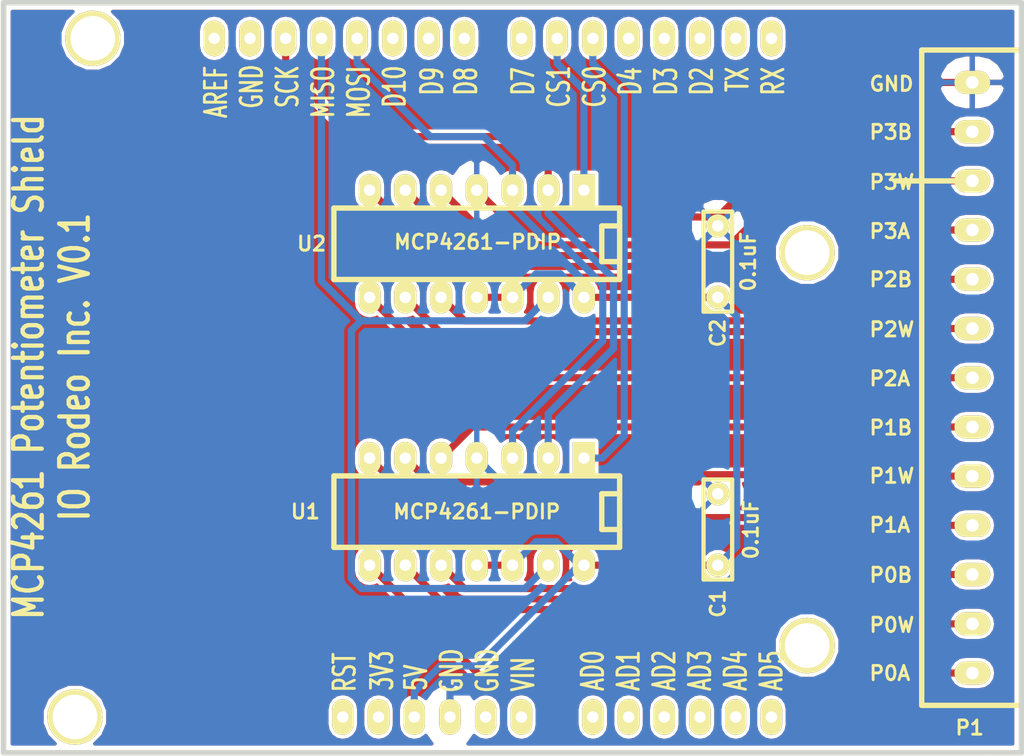
<source format=kicad_pcb>
(kicad_pcb (version 3) (host pcbnew "(2013-mar-13)-testing")

  (general
    (links 33)
    (no_connects 0)
    (area 10.751456 22.415499 98.242121 76.704)
    (thickness 1.6002)
    (drawings 47)
    (tracks 122)
    (zones 0)
    (modules 6)
    (nets 20)
  )

  (page A4)
  (title_block
    (date "24 sep 2012")
  )

  (layers
    (15 Front signal)
    (0 Back signal)
    (16 B.Adhes user)
    (17 F.Adhes user)
    (18 B.Paste user)
    (19 F.Paste user)
    (20 B.SilkS user)
    (21 F.SilkS user)
    (22 B.Mask user)
    (23 F.Mask user)
    (24 Dwgs.User user)
    (25 Cmts.User user)
    (26 Eco1.User user)
    (27 Eco2.User user)
    (28 Edge.Cuts user)
  )

  (setup
    (last_trace_width 0.508)
    (trace_clearance 0.254)
    (zone_clearance 0.254)
    (zone_45_only no)
    (trace_min 0.2032)
    (segment_width 0.381)
    (edge_width 0.381)
    (via_size 0.889)
    (via_drill 0.635)
    (via_min_size 0.889)
    (via_min_drill 0.508)
    (uvia_size 0.508)
    (uvia_drill 0.127)
    (uvias_allowed no)
    (uvia_min_size 0.508)
    (uvia_min_drill 0.127)
    (pcb_text_width 0.2032)
    (pcb_text_size 1.016 1.016)
    (mod_edge_width 0.381)
    (mod_text_size 1.524 1.524)
    (mod_text_width 0.3048)
    (pad_size 1.524 1.524)
    (pad_drill 0.8128)
    (pad_to_mask_clearance 0.254)
    (aux_axis_origin 0 0)
    (visible_elements FFFFFF7F)
    (pcbplotparams
      (layerselection 284196865)
      (usegerberextensions true)
      (excludeedgelayer true)
      (linewidth 0.150000)
      (plotframeref false)
      (viasonmask false)
      (mode 1)
      (useauxorigin false)
      (hpglpennumber 1)
      (hpglpenspeed 20)
      (hpglpendiameter 15)
      (hpglpenoverlay 0)
      (psnegative false)
      (psa4output false)
      (plotreference true)
      (plotvalue true)
      (plotothertext true)
      (plotinvisibletext false)
      (padsonsilk false)
      (subtractmaskfromsilk false)
      (outputformat 1)
      (mirror false)
      (drillshape 0)
      (scaleselection 1)
      (outputdirectory gerber_v0p1/))
  )

  (net 0 "")
  (net 1 /5V)
  (net 2 /CS0)
  (net 3 /CS1)
  (net 4 /MISO)
  (net 5 /MOSI)
  (net 6 /P0A)
  (net 7 /P0B)
  (net 8 /P0W)
  (net 9 /P1A)
  (net 10 /P1B)
  (net 11 /P1W)
  (net 12 /P2A)
  (net 13 /P2B)
  (net 14 /P2W)
  (net 15 /P3A)
  (net 16 /P3B)
  (net 17 /P3W)
  (net 18 /SCK)
  (net 19 GND)

  (net_class Default "This is the default net class."
    (clearance 0.254)
    (trace_width 0.508)
    (via_dia 0.889)
    (via_drill 0.635)
    (uvia_dia 0.508)
    (uvia_drill 0.127)
    (add_net "")
    (add_net /5V)
    (add_net /CS0)
    (add_net /CS1)
    (add_net /MISO)
    (add_net /MOSI)
    (add_net /P0A)
    (add_net /P0B)
    (add_net /P0W)
    (add_net /P1A)
    (add_net /P1B)
    (add_net /P1W)
    (add_net /P2A)
    (add_net /P2B)
    (add_net /P2W)
    (add_net /P3A)
    (add_net /P3B)
    (add_net /P3W)
    (add_net /SCK)
    (add_net GND)
  )

  (module ARDUINO_SHIELD (layer Front) (tedit 521963CD) (tstamp 5060C66D)
    (at 25.4 76.2)
    (path /5060B4DB)
    (fp_text reference SHIELD1 (at 22.89302 -3.49758) (layer F.SilkS) hide
      (effects (font (thickness 0.3048)))
    )
    (fp_text value ARDUINO_SHIELD (at 20.86102 -6.41858) (layer F.SilkS) hide
      (effects (font (thickness 0.3048)))
    )
    (fp_line (start 72.39 -53.34) (end 72.39 0) (layer F.SilkS) (width 0.381))
    (fp_line (start 69.85 0) (end 72.39 0) (layer F.SilkS) (width 0.381))
    (fp_line (start 69.85 -53.34) (end 72.39 -53.34) (layer F.SilkS) (width 0.381))
    (fp_line (start 69.85 -53.34) (end 0 -53.34) (layer F.SilkS) (width 0.381))
    (fp_line (start 0 0) (end 69.85 0) (layer F.SilkS) (width 0.381))
    (fp_line (start 0 0) (end 0 -53.34) (layer F.SilkS) (width 0.381))
    (pad AD5 thru_hole oval (at 54.61 -2.54 90) (size 2.54 1.524) (drill 0.8128)
      (layers *.Cu *.Mask F.SilkS)
    )
    (pad AD4 thru_hole oval (at 52.07 -2.54 90) (size 2.54 1.524) (drill 0.8128)
      (layers *.Cu *.Mask F.SilkS)
    )
    (pad AD3 thru_hole oval (at 49.53 -2.54 90) (size 2.54 1.524) (drill 0.8128)
      (layers *.Cu *.Mask F.SilkS)
    )
    (pad AD0 thru_hole oval (at 41.91 -2.54 90) (size 2.54 1.524) (drill 0.8128)
      (layers *.Cu *.Mask F.SilkS)
    )
    (pad AD1 thru_hole oval (at 44.45 -2.54 90) (size 2.54 1.524) (drill 0.8128)
      (layers *.Cu *.Mask F.SilkS)
    )
    (pad AD2 thru_hole oval (at 46.99 -2.54 90) (size 2.54 1.524) (drill 0.8128)
      (layers *.Cu *.Mask F.SilkS)
    )
    (pad V_IN thru_hole oval (at 36.83 -2.54 90) (size 2.54 1.524) (drill 0.8128)
      (layers *.Cu *.Mask F.SilkS)
    )
    (pad GND2 thru_hole oval (at 34.29 -2.54 90) (size 2.54 1.524) (drill 0.8128)
      (layers *.Cu *.Mask F.SilkS)
    )
    (pad GND1 thru_hole oval (at 31.75 -2.54 90) (size 2.54 1.524) (drill 0.8128)
      (layers *.Cu *.Mask F.SilkS)
      (net 19 GND)
    )
    (pad 3V3 thru_hole oval (at 26.67 -2.54 90) (size 2.54 1.524) (drill 0.8128)
      (layers *.Cu *.Mask F.SilkS)
    )
    (pad RST thru_hole oval (at 24.13 -2.54 90) (size 2.54 1.524) (drill 0.8128)
      (layers *.Cu *.Mask F.SilkS)
    )
    (pad 0 thru_hole oval (at 54.61 -50.8 90) (size 2.54 1.524) (drill 0.8128)
      (layers *.Cu *.Mask F.SilkS)
    )
    (pad 1 thru_hole oval (at 52.07 -50.8 90) (size 2.54 1.524) (drill 0.8128)
      (layers *.Cu *.Mask F.SilkS)
    )
    (pad 2 thru_hole oval (at 49.53 -50.8 90) (size 2.54 1.524) (drill 0.8128)
      (layers *.Cu *.Mask F.SilkS)
    )
    (pad 3 thru_hole oval (at 46.99 -50.8 90) (size 2.54 1.524) (drill 0.8128)
      (layers *.Cu *.Mask F.SilkS)
    )
    (pad 4 thru_hole oval (at 44.45 -50.8 90) (size 2.54 1.524) (drill 0.8128)
      (layers *.Cu *.Mask F.SilkS)
    )
    (pad 5 thru_hole oval (at 41.91 -50.8 90) (size 2.54 1.524) (drill 0.8128)
      (layers *.Cu *.Mask F.SilkS)
      (net 2 /CS0)
    )
    (pad 6 thru_hole oval (at 39.37 -50.8 90) (size 2.54 1.524) (drill 0.8128)
      (layers *.Cu *.Mask F.SilkS)
      (net 3 /CS1)
    )
    (pad 7 thru_hole oval (at 36.83 -50.8 90) (size 2.54 1.524) (drill 0.8128)
      (layers *.Cu *.Mask F.SilkS)
    )
    (pad 8 thru_hole oval (at 32.766 -50.8 90) (size 2.54 1.524) (drill 0.8128)
      (layers *.Cu *.Mask F.SilkS)
    )
    (pad 9 thru_hole oval (at 30.226 -50.8 90) (size 2.54 1.524) (drill 0.8128)
      (layers *.Cu *.Mask F.SilkS)
    )
    (pad 10 thru_hole oval (at 27.686 -50.8 90) (size 2.54 1.524) (drill 0.8128)
      (layers *.Cu *.Mask F.SilkS)
    )
    (pad 11 thru_hole oval (at 25.146 -50.8 90) (size 2.54 1.524) (drill 0.8128)
      (layers *.Cu *.Mask F.SilkS)
      (net 5 /MOSI)
    )
    (pad 12 thru_hole oval (at 22.606 -50.8 90) (size 2.54 1.524) (drill 0.8128)
      (layers *.Cu *.Mask F.SilkS)
      (net 4 /MISO)
    )
    (pad 13 thru_hole oval (at 20.066 -50.8 90) (size 2.54 1.524) (drill 0.8128)
      (layers *.Cu *.Mask F.SilkS)
      (net 18 /SCK)
    )
    (pad GND3 thru_hole oval (at 17.526 -50.8 90) (size 2.54 1.524) (drill 0.8128)
      (layers *.Cu *.Mask F.SilkS)
    )
    (pad AREF thru_hole oval (at 14.986 -50.8 90) (size 2.54 1.524) (drill 0.8128)
      (layers *.Cu *.Mask F.SilkS)
    )
    (pad 5V thru_hole oval (at 29.21 -2.54 90) (size 2.54 1.524) (drill 0.8128)
      (layers *.Cu *.Mask F.SilkS)
      (net 1 /5V)
    )
    (pad "" thru_hole circle (at 57.15 -7.62 90) (size 3.937 3.937) (drill 3.175)
      (layers *.Cu *.Mask F.SilkS)
    )
    (pad "" thru_hole circle (at 57.15 -35.56 90) (size 3.937 3.937) (drill 3.175)
      (layers *.Cu *.Mask F.SilkS)
    )
    (pad "" thru_hole circle (at 6.35 -50.8 90) (size 3.937 3.937) (drill 3.175)
      (layers *.Cu *.Mask F.SilkS)
    )
    (pad "" thru_hole circle (at 5.08 -2.54 90) (size 3.937 3.937) (drill 3.175)
      (layers *.Cu *.Mask F.SilkS)
    )
  )

  (module DIP-14__300_ELL (layer Front) (tedit 52196CB1) (tstamp 521962B2)
    (at 59.055 59.055 180)
    (descr "14 pins DIL package, elliptical pads")
    (tags DIL)
    (path /5060B4EA)
    (fp_text reference U1 (at 12.192 0 180) (layer F.SilkS)
      (effects (font (size 1.016 1.016) (thickness 0.2032)))
    )
    (fp_text value MCP4261-PDIP (at 0 0 180) (layer F.SilkS)
      (effects (font (size 1.016 1.016) (thickness 0.2032)))
    )
    (fp_line (start -10.16 -2.54) (end 10.16 -2.54) (layer F.SilkS) (width 0.381))
    (fp_line (start 10.16 2.54) (end -10.16 2.54) (layer F.SilkS) (width 0.381))
    (fp_line (start -10.16 2.54) (end -10.16 -2.54) (layer F.SilkS) (width 0.381))
    (fp_line (start -10.16 -1.27) (end -8.89 -1.27) (layer F.SilkS) (width 0.381))
    (fp_line (start -8.89 -1.27) (end -8.89 1.27) (layer F.SilkS) (width 0.381))
    (fp_line (start -8.89 1.27) (end -10.16 1.27) (layer F.SilkS) (width 0.381))
    (fp_line (start 10.16 -2.54) (end 10.16 2.54) (layer F.SilkS) (width 0.381))
    (pad 1 thru_hole rect (at -7.62 3.81 180) (size 1.5748 2.286) (drill 0.8128)
      (layers *.Cu *.Mask F.SilkS)
      (net 2 /CS0)
    )
    (pad 2 thru_hole oval (at -5.08 3.81 180) (size 1.5748 2.286) (drill 0.8128)
      (layers *.Cu *.Mask F.SilkS)
      (net 18 /SCK)
    )
    (pad 3 thru_hole oval (at -2.54 3.81 180) (size 1.5748 2.286) (drill 0.8128)
      (layers *.Cu *.Mask F.SilkS)
      (net 5 /MOSI)
    )
    (pad 4 thru_hole oval (at 0 3.81 180) (size 1.5748 2.286) (drill 0.8128)
      (layers *.Cu *.Mask F.SilkS)
      (net 19 GND)
    )
    (pad 5 thru_hole oval (at 2.54 3.81 180) (size 1.5748 2.286) (drill 0.8128)
      (layers *.Cu *.Mask F.SilkS)
      (net 10 /P1B)
    )
    (pad 6 thru_hole oval (at 5.08 3.81 180) (size 1.5748 2.286) (drill 0.8128)
      (layers *.Cu *.Mask F.SilkS)
      (net 11 /P1W)
    )
    (pad 7 thru_hole oval (at 7.62 3.81 180) (size 1.5748 2.286) (drill 0.8128)
      (layers *.Cu *.Mask F.SilkS)
      (net 9 /P1A)
    )
    (pad 8 thru_hole oval (at 7.62 -3.81 180) (size 1.5748 2.286) (drill 0.8128)
      (layers *.Cu *.Mask F.SilkS)
      (net 6 /P0A)
    )
    (pad 9 thru_hole oval (at 5.08 -3.81 180) (size 1.5748 2.286) (drill 0.8128)
      (layers *.Cu *.Mask F.SilkS)
      (net 8 /P0W)
    )
    (pad 10 thru_hole oval (at 2.54 -3.81 180) (size 1.5748 2.286) (drill 0.8128)
      (layers *.Cu *.Mask F.SilkS)
      (net 7 /P0B)
    )
    (pad 11 thru_hole oval (at 0 -3.81 180) (size 1.5748 2.286) (drill 0.8128)
      (layers *.Cu *.Mask F.SilkS)
      (net 1 /5V)
    )
    (pad 12 thru_hole oval (at -2.54 -3.81 180) (size 1.5748 2.286) (drill 0.8128)
      (layers *.Cu *.Mask F.SilkS)
      (net 1 /5V)
    )
    (pad 13 thru_hole oval (at -5.08 -3.81 180) (size 1.5748 2.286) (drill 0.8128)
      (layers *.Cu *.Mask F.SilkS)
      (net 4 /MISO)
    )
    (pad 14 thru_hole oval (at -7.62 -3.81 180) (size 1.5748 2.286) (drill 0.8128)
      (layers *.Cu *.Mask F.SilkS)
      (net 1 /5V)
    )
    (model dil/dil_14.wrl
      (at (xyz 0 0 0))
      (scale (xyz 1 1 1))
      (rotate (xyz 0 0 0))
    )
  )

  (module DIP-14__300_ELL (layer Front) (tedit 52196C7E) (tstamp 521962CB)
    (at 59.055 40.005 180)
    (descr "14 pins DIL package, elliptical pads")
    (tags DIL)
    (path /5060BAD2)
    (fp_text reference U2 (at 11.7475 0 180) (layer F.SilkS)
      (effects (font (size 1.016 1.016) (thickness 0.2032)))
    )
    (fp_text value MCP4261-PDIP (at -0.0635 0.127 180) (layer F.SilkS)
      (effects (font (size 1.016 1.016) (thickness 0.2032)))
    )
    (fp_line (start -10.16 -2.54) (end 10.16 -2.54) (layer F.SilkS) (width 0.381))
    (fp_line (start 10.16 2.54) (end -10.16 2.54) (layer F.SilkS) (width 0.381))
    (fp_line (start -10.16 2.54) (end -10.16 -2.54) (layer F.SilkS) (width 0.381))
    (fp_line (start -10.16 -1.27) (end -8.89 -1.27) (layer F.SilkS) (width 0.381))
    (fp_line (start -8.89 -1.27) (end -8.89 1.27) (layer F.SilkS) (width 0.381))
    (fp_line (start -8.89 1.27) (end -10.16 1.27) (layer F.SilkS) (width 0.381))
    (fp_line (start 10.16 -2.54) (end 10.16 2.54) (layer F.SilkS) (width 0.381))
    (pad 1 thru_hole rect (at -7.62 3.81 180) (size 1.5748 2.286) (drill 0.8128)
      (layers *.Cu *.Mask F.SilkS)
      (net 3 /CS1)
    )
    (pad 2 thru_hole oval (at -5.08 3.81 180) (size 1.5748 2.286) (drill 0.8128)
      (layers *.Cu *.Mask F.SilkS)
      (net 18 /SCK)
    )
    (pad 3 thru_hole oval (at -2.54 3.81 180) (size 1.5748 2.286) (drill 0.8128)
      (layers *.Cu *.Mask F.SilkS)
      (net 5 /MOSI)
    )
    (pad 4 thru_hole oval (at 0 3.81 180) (size 1.5748 2.286) (drill 0.8128)
      (layers *.Cu *.Mask F.SilkS)
      (net 19 GND)
    )
    (pad 5 thru_hole oval (at 2.54 3.81 180) (size 1.5748 2.286) (drill 0.8128)
      (layers *.Cu *.Mask F.SilkS)
      (net 16 /P3B)
    )
    (pad 6 thru_hole oval (at 5.08 3.81 180) (size 1.5748 2.286) (drill 0.8128)
      (layers *.Cu *.Mask F.SilkS)
      (net 17 /P3W)
    )
    (pad 7 thru_hole oval (at 7.62 3.81 180) (size 1.5748 2.286) (drill 0.8128)
      (layers *.Cu *.Mask F.SilkS)
      (net 15 /P3A)
    )
    (pad 8 thru_hole oval (at 7.62 -3.81 180) (size 1.5748 2.286) (drill 0.8128)
      (layers *.Cu *.Mask F.SilkS)
      (net 12 /P2A)
    )
    (pad 9 thru_hole oval (at 5.08 -3.81 180) (size 1.5748 2.286) (drill 0.8128)
      (layers *.Cu *.Mask F.SilkS)
      (net 14 /P2W)
    )
    (pad 10 thru_hole oval (at 2.54 -3.81 180) (size 1.5748 2.286) (drill 0.8128)
      (layers *.Cu *.Mask F.SilkS)
      (net 13 /P2B)
    )
    (pad 11 thru_hole oval (at 0 -3.81 180) (size 1.5748 2.286) (drill 0.8128)
      (layers *.Cu *.Mask F.SilkS)
      (net 1 /5V)
    )
    (pad 12 thru_hole oval (at -2.54 -3.81 180) (size 1.5748 2.286) (drill 0.8128)
      (layers *.Cu *.Mask F.SilkS)
      (net 1 /5V)
    )
    (pad 13 thru_hole oval (at -5.08 -3.81 180) (size 1.5748 2.286) (drill 0.8128)
      (layers *.Cu *.Mask F.SilkS)
      (net 4 /MISO)
    )
    (pad 14 thru_hole oval (at -7.62 -3.81 180) (size 1.5748 2.286) (drill 0.8128)
      (layers *.Cu *.Mask F.SilkS)
      (net 1 /5V)
    )
    (model dil/dil_14.wrl
      (at (xyz 0 0 0))
      (scale (xyz 1 1 1))
      (rotate (xyz 0 0 0))
    )
  )

  (module C2_Big_Pad (layer Front) (tedit 52196C19) (tstamp 5219BDC5)
    (at 76.2 60.325 90)
    (descr "Condensateur = 2 pas")
    (tags C)
    (path /5060B95F)
    (fp_text reference C1 (at -5.2705 0 90) (layer F.SilkS)
      (effects (font (size 1.016 1.016) (thickness 0.2032)))
    )
    (fp_text value 0.1uF (at 0 2.3495 90) (layer F.SilkS)
      (effects (font (size 1.016 1.016) (thickness 0.2032)))
    )
    (fp_line (start -3.556 -1.016) (end 3.556 -1.016) (layer F.SilkS) (width 0.3048))
    (fp_line (start 3.556 -1.016) (end 3.556 1.016) (layer F.SilkS) (width 0.3048))
    (fp_line (start 3.556 1.016) (end -3.556 1.016) (layer F.SilkS) (width 0.3048))
    (fp_line (start -3.556 1.016) (end -3.556 -1.016) (layer F.SilkS) (width 0.3048))
    (fp_line (start -3.556 -0.508) (end -3.048 -1.016) (layer F.SilkS) (width 0.3048))
    (pad 1 thru_hole circle (at -2.54 0 90) (size 1.651 1.651) (drill 0.8128)
      (layers *.Cu *.Mask F.SilkS)
      (net 1 /5V)
    )
    (pad 2 thru_hole circle (at 2.54 0 90) (size 1.651 1.651) (drill 0.8128)
      (layers *.Cu *.Mask F.SilkS)
      (net 19 GND)
    )
    (model discret/capa_2pas_5x5mm.wrl
      (at (xyz 0 0 0))
      (scale (xyz 1 1 1))
      (rotate (xyz 0 0 0))
    )
  )

  (module C2_Big_Pad (layer Front) (tedit 52196C30) (tstamp 5219BDD0)
    (at 76.2 41.275 90)
    (descr "Condensateur = 2 pas")
    (tags C)
    (path /5060BAD0)
    (fp_text reference C2 (at -5.08 0 90) (layer F.SilkS)
      (effects (font (size 1.016 1.016) (thickness 0.2032)))
    )
    (fp_text value 0.1uF (at 0 2.159 90) (layer F.SilkS)
      (effects (font (size 1.016 1.016) (thickness 0.2032)))
    )
    (fp_line (start -3.556 -1.016) (end 3.556 -1.016) (layer F.SilkS) (width 0.3048))
    (fp_line (start 3.556 -1.016) (end 3.556 1.016) (layer F.SilkS) (width 0.3048))
    (fp_line (start 3.556 1.016) (end -3.556 1.016) (layer F.SilkS) (width 0.3048))
    (fp_line (start -3.556 1.016) (end -3.556 -1.016) (layer F.SilkS) (width 0.3048))
    (fp_line (start -3.556 -0.508) (end -3.048 -1.016) (layer F.SilkS) (width 0.3048))
    (pad 1 thru_hole circle (at -2.54 0 90) (size 1.651 1.651) (drill 0.8128)
      (layers *.Cu *.Mask F.SilkS)
      (net 1 /5V)
    )
    (pad 2 thru_hole circle (at 2.54 0 90) (size 1.651 1.651) (drill 0.8128)
      (layers *.Cu *.Mask F.SilkS)
      (net 19 GND)
    )
    (model discret/capa_2pas_5x5mm.wrl
      (at (xyz 0 0 0))
      (scale (xyz 1 1 1))
      (rotate (xyz 0 0 0))
    )
  )

  (module CONN_13 (layer Front) (tedit 52196866) (tstamp 5219C0B3)
    (at 94.2975 49.53 90)
    (path /5060BB43)
    (fp_text reference P1 (at -24.892 -0.1905 180) (layer F.SilkS)
      (effects (font (size 1.016 1.016) (thickness 0.2032)))
    )
    (fp_text value CONN_13 (at 0 -5.10032 90) (layer F.SilkS) hide
      (effects (font (thickness 0.3048)))
    )
    (fp_line (start 23.30196 -3.59918) (end -23.29942 -3.59918) (layer F.SilkS) (width 0.381))
    (fp_line (start 23.29942 3.49758) (end -23.29942 3.49758) (layer F.SilkS) (width 0.381))
    (fp_line (start -23.30196 -3.60172) (end -23.30196 3.39852) (layer F.SilkS) (width 0.381))
    (fp_line (start 23.3045 -3.59918) (end 23.3045 3.50012) (layer F.SilkS) (width 0.381))
    (pad 1 thru_hole oval (at -21.00326 0.00254 270) (size 1.651 2.54) (drill 0.89916)
      (layers *.Cu *.Mask F.SilkS)
      (net 6 /P0A)
    )
    (pad 2 thru_hole oval (at -17.50568 0 270) (size 1.651 2.54) (drill 0.89916)
      (layers *.Cu *.Mask F.SilkS)
      (net 8 /P0W)
    )
    (pad 3 thru_hole oval (at -13.99794 -0.00254 270) (size 1.651 2.54) (drill 0.89916)
      (layers *.Cu *.Mask F.SilkS)
      (net 7 /P0B)
    )
    (pad 4 thru_hole oval (at -10.50036 0 270) (size 1.651 2.54) (drill 0.89916)
      (layers *.Cu *.Mask F.SilkS)
      (net 9 /P1A)
    )
    (pad 5 thru_hole oval (at -7.00024 0 270) (size 1.651 2.54) (drill 0.89916)
      (layers *.Cu *.Mask F.SilkS)
      (net 11 /P1W)
    )
    (pad 6 thru_hole oval (at -3.5052 0 270) (size 1.651 2.54) (drill 0.89916)
      (layers *.Cu *.Mask F.SilkS)
      (net 10 /P1B)
    )
    (pad 7 thru_hole oval (at -0.00254 0 270) (size 1.651 2.54) (drill 0.89916)
      (layers *.Cu *.Mask F.SilkS)
      (net 12 /P2A)
    )
    (pad 8 thru_hole oval (at 3.49758 -0.00254 90) (size 1.651 2.54) (drill 0.89916)
      (layers *.Cu *.Mask F.SilkS)
      (net 14 /P2W)
    )
    (pad 9 thru_hole oval (at 6.9977 -0.00254 90) (size 1.651 2.54) (drill 0.89916)
      (layers *.Cu *.Mask F.SilkS)
      (net 13 /P2B)
    )
    (pad 10 thru_hole oval (at 10.5029 -0.00254 90) (size 1.651 2.54) (drill 0.89916)
      (layers *.Cu *.Mask F.SilkS)
      (net 15 /P3A)
    )
    (pad 12 thru_hole oval (at 17.49806 -0.00508 90) (size 1.651 2.54) (drill 0.89916)
      (layers *.Cu *.Mask F.SilkS)
      (net 16 /P3B)
    )
    (pad 11 thru_hole oval (at 13.99794 -0.00254 90) (size 1.651 2.54) (drill 0.89916)
      (layers *.Cu *.Mask F.SilkS)
      (net 17 /P3W)
    )
    (pad 13 thru_hole oval (at 20.99818 -0.00254 270) (size 1.651 2.54) (drill 0.89916)
      (layers *.Cu *.Mask F.SilkS)
      (net 19 GND)
    )
  )

  (gr_text P0A (at 86.868 70.5485) (layer F.SilkS)
    (effects (font (size 1.016 1.016) (thickness 0.2032)) (justify left))
  )
  (gr_text P0W (at 86.868 67.1195) (layer F.SilkS)
    (effects (font (size 1.016 1.016) (thickness 0.2032)) (justify left))
  )
  (gr_text P0B (at 86.868 63.5635) (layer F.SilkS)
    (effects (font (size 1.016 1.016) (thickness 0.2032)) (justify left))
  )
  (gr_text P1A (at 86.868 60.0075) (layer F.SilkS)
    (effects (font (size 1.016 1.016) (thickness 0.2032)) (justify left))
  )
  (gr_text P1W (at 86.868 56.515) (layer F.SilkS)
    (effects (font (size 1.016 1.016) (thickness 0.2032)) (justify left))
  )
  (gr_text P1B (at 86.868 53.086) (layer F.SilkS)
    (effects (font (size 1.016 1.016) (thickness 0.2032)) (justify left))
  )
  (gr_text P2A (at 86.868 49.5935) (layer F.SilkS)
    (effects (font (size 1.016 1.016) (thickness 0.2032)) (justify left))
  )
  (gr_text P2W (at 86.868 46.101) (layer F.SilkS)
    (effects (font (size 1.016 1.016) (thickness 0.2032)) (justify left))
  )
  (gr_text P2B (at 86.868 42.545) (layer F.SilkS)
    (effects (font (size 1.016 1.016) (thickness 0.2032)) (justify left))
  )
  (gr_text P3A (at 86.868 39.116) (layer F.SilkS)
    (effects (font (size 1.016 1.016) (thickness 0.2032)) (justify left))
  )
  (gr_text P3W (at 86.868 35.6235) (layer F.SilkS)
    (effects (font (size 1.016 1.016) (thickness 0.2032)) (justify left))
  )
  (gr_text P3B (at 86.868 32.0675) (layer F.SilkS)
    (effects (font (size 1.016 1.016) (thickness 0.2032)) (justify left))
  )
  (gr_line (start 94.2848 35.5346) (end 88.7984 35.5346) (angle 90) (layer F.SilkS) (width 0.381))
  (gr_text GND (at 86.868 28.6385) (layer F.SilkS)
    (effects (font (size 1.016 1.016) (thickness 0.2032)) (justify left))
  )
  (gr_line (start 97.79 22.86) (end 25.4 22.86) (angle 90) (layer Edge.Cuts) (width 0.381))
  (gr_line (start 97.79 76.2) (end 97.79 22.86) (angle 90) (layer Edge.Cuts) (width 0.381))
  (gr_line (start 25.4 76.2) (end 97.79 76.2) (angle 90) (layer Edge.Cuts) (width 0.381))
  (gr_line (start 25.4 22.86) (end 25.4 76.2) (angle 90) (layer Edge.Cuts) (width 0.381))
  (gr_text "MCP4261 Potentiometer Shield\nIO Rodeo Inc. V0.1" (at 28.829 48.768 90) (layer F.SilkS)
    (effects (font (size 2.032 1.524) (thickness 0.3048)))
  )
  (gr_text AD5 (at 80.01 70.358 90) (layer F.SilkS)
    (effects (font (size 1.524 1.016) (thickness 0.2032)))
  )
  (gr_text AD4 (at 77.47 70.358 90) (layer F.SilkS)
    (effects (font (size 1.524 1.016) (thickness 0.2032)))
  )
  (gr_text AD3 (at 74.93 70.358 90) (layer F.SilkS)
    (effects (font (size 1.524 1.016) (thickness 0.2032)))
  )
  (gr_text AD2 (at 72.39 70.358 90) (layer F.SilkS)
    (effects (font (size 1.524 1.016) (thickness 0.2032)))
  )
  (gr_text AD1 (at 69.85 70.358 90) (layer F.SilkS)
    (effects (font (size 1.524 1.016) (thickness 0.2032)))
  )
  (gr_text AD0 (at 67.31 70.358 90) (layer F.SilkS)
    (effects (font (size 1.524 1.016) (thickness 0.2032)))
  )
  (gr_text VIN (at 62.357 70.612 90) (layer F.SilkS)
    (effects (font (size 1.524 1.016) (thickness 0.2032)))
  )
  (gr_text GND (at 59.817 70.358 90) (layer F.SilkS)
    (effects (font (size 1.524 1.016) (thickness 0.2032)))
  )
  (gr_text GND (at 57.277 70.358 90) (layer F.SilkS)
    (effects (font (size 1.524 1.016) (thickness 0.2032)))
  )
  (gr_text 5V (at 54.737 70.866 90) (layer F.SilkS)
    (effects (font (size 1.524 1.016) (thickness 0.2032)))
  )
  (gr_text 3V3 (at 52.324 70.358 90) (layer F.SilkS)
    (effects (font (size 1.524 1.016) (thickness 0.2032)))
  )
  (gr_text RST (at 49.657 70.485 90) (layer F.SilkS)
    (effects (font (size 1.524 1.016) (thickness 0.2032)))
  )
  (gr_text RX (at 80.137 28.448 90) (layer F.SilkS)
    (effects (font (size 1.524 1.016) (thickness 0.2032)))
  )
  (gr_text TX (at 77.597 28.321 90) (layer F.SilkS)
    (effects (font (size 1.524 1.016) (thickness 0.2032)))
  )
  (gr_text D2 (at 75.057 28.448 90) (layer F.SilkS)
    (effects (font (size 1.524 1.016) (thickness 0.2032)))
  )
  (gr_text D3 (at 72.517 28.448 90) (layer F.SilkS)
    (effects (font (size 1.524 1.016) (thickness 0.2032)))
  )
  (gr_text D4 (at 69.977 28.448 90) (layer F.SilkS)
    (effects (font (size 1.524 1.016) (thickness 0.2032)))
  )
  (gr_text CS0 (at 67.437 28.829 90) (layer F.SilkS)
    (effects (font (size 1.524 1.016) (thickness 0.2032)))
  )
  (gr_text CS1 (at 64.897 28.829 90) (layer F.SilkS)
    (effects (font (size 1.524 1.016) (thickness 0.2032)))
  )
  (gr_text D7 (at 62.357 28.448 90) (layer F.SilkS)
    (effects (font (size 1.524 1.016) (thickness 0.2032)))
  )
  (gr_text D8 (at 58.293 28.448 90) (layer F.SilkS)
    (effects (font (size 1.524 1.016) (thickness 0.2032)))
  )
  (gr_text D9 (at 55.88 28.448 90) (layer F.SilkS)
    (effects (font (size 1.524 1.016) (thickness 0.2032)))
  )
  (gr_text D10 (at 53.213 28.829 90) (layer F.SilkS)
    (effects (font (size 1.524 1.016) (thickness 0.2032)))
  )
  (gr_text MOSI (at 50.673 29.21 90) (layer F.SilkS)
    (effects (font (size 1.524 1.016) (thickness 0.2032)))
  )
  (gr_text MISO (at 48.133 29.21 90) (layer F.SilkS)
    (effects (font (size 1.524 1.016) (thickness 0.2032)))
  )
  (gr_text SCK (at 45.593 28.829 90) (layer F.SilkS)
    (effects (font (size 1.524 1.016) (thickness 0.2032)))
  )
  (gr_text GND (at 43.053 28.829 90) (layer F.SilkS)
    (effects (font (size 1.524 1.016) (thickness 0.2032)))
  )
  (gr_text AREF (at 40.513 29.21 90) (layer F.SilkS)
    (effects (font (size 1.524 1.016) (thickness 0.2032)))
  )

  (segment (start 66.675 62.865) (end 76.2 62.865) (width 0.508) (layer Front) (net 1))
  (segment (start 66.675 43.815) (end 76.2 43.815) (width 0.508) (layer Front) (net 1))
  (segment (start 61.595 43.815) (end 59.055 43.815) (width 0.508) (layer Front) (net 1))
  (segment (start 77.5462 61.5188) (end 76.2 62.865) (width 0.508) (layer Back) (net 1))
  (segment (start 77.5462 45.1612) (end 77.5462 61.5188) (width 0.508) (layer Back) (net 1))
  (segment (start 76.2 43.815) (end 77.5462 45.1612) (width 0.508) (layer Back) (net 1))
  (segment (start 63.2618 42.1482) (end 61.595 43.815) (width 0.508) (layer Back) (net 1))
  (segment (start 65.0082 42.1482) (end 63.2618 42.1482) (width 0.508) (layer Back) (net 1))
  (segment (start 66.675 43.815) (end 65.0082 42.1482) (width 0.508) (layer Back) (net 1))
  (segment (start 61.595 62.865) (end 59.055 62.865) (width 0.508) (layer Front) (net 1))
  (segment (start 54.61 73.66) (end 54.61 71.8817) (width 0.508) (layer Back) (net 1))
  (segment (start 64.6988 61.1918) (end 66.35 62.843) (width 0.508) (layer Back) (net 1))
  (segment (start 63.2682 61.1918) (end 64.6988 61.1918) (width 0.508) (layer Back) (net 1))
  (segment (start 61.595 62.865) (end 63.2682 61.1918) (width 0.508) (layer Back) (net 1))
  (segment (start 66.653 62.843) (end 66.35 62.843) (width 0.508) (layer Back) (net 1))
  (segment (start 66.675 62.865) (end 66.653 62.843) (width 0.508) (layer Back) (net 1))
  (segment (start 56.4629 70.0288) (end 54.61 71.8817) (width 0.508) (layer Back) (net 1))
  (segment (start 59.1642 70.0288) (end 56.4629 70.0288) (width 0.508) (layer Back) (net 1))
  (segment (start 66.35 62.843) (end 59.1642 70.0288) (width 0.508) (layer Back) (net 1))
  (segment (start 69.5415 29.4098) (end 67.31 27.1783) (width 0.508) (layer Back) (net 2))
  (segment (start 69.5415 53.6742) (end 69.5415 29.4098) (width 0.508) (layer Back) (net 2))
  (segment (start 67.9707 55.245) (end 69.5415 53.6742) (width 0.508) (layer Back) (net 2))
  (segment (start 66.675 55.245) (end 67.9707 55.245) (width 0.508) (layer Back) (net 2))
  (segment (start 67.31 25.4) (end 67.31 27.1783) (width 0.508) (layer Back) (net 2))
  (segment (start 66.675 29.0833) (end 64.77 27.1783) (width 0.508) (layer Back) (net 3))
  (segment (start 66.675 36.195) (end 66.675 29.0833) (width 0.508) (layer Back) (net 3))
  (segment (start 64.77 25.4) (end 64.77 27.1783) (width 0.508) (layer Back) (net 3))
  (segment (start 62.4662 45.4838) (end 50.8282 45.4838) (width 0.508) (layer Back) (net 4))
  (segment (start 64.135 43.815) (end 62.4662 45.4838) (width 0.508) (layer Back) (net 4))
  (segment (start 48.006 42.6616) (end 48.006 25.4) (width 0.508) (layer Back) (net 4))
  (segment (start 50.8282 45.4838) (end 48.006 42.6616) (width 0.508) (layer Back) (net 4))
  (segment (start 50.1363 46.1757) (end 50.8282 45.4838) (width 0.508) (layer Back) (net 4))
  (segment (start 50.1363 63.7873) (end 50.1363 46.1757) (width 0.508) (layer Back) (net 4))
  (segment (start 50.8681 64.5191) (end 50.1363 63.7873) (width 0.508) (layer Back) (net 4))
  (segment (start 62.4809 64.5191) (end 50.8681 64.5191) (width 0.508) (layer Back) (net 4))
  (segment (start 64.135 62.865) (end 62.4809 64.5191) (width 0.508) (layer Back) (net 4))
  (segment (start 61.595 36.195) (end 61.595 37.338) (width 0.508) (layer Back) (net 5))
  (segment (start 61.595 37.338) (end 63.911967 39.654967) (width 0.508) (layer Back) (net 5) (tstamp 52196EC0))
  (segment (start 63.911967 39.654967) (end 64.746065 39.654967) (width 0.508) (layer Back) (net 5) (tstamp 52196EC2))
  (segment (start 64.746065 39.654967) (end 68.017098 42.926) (width 0.508) (layer Back) (net 5) (tstamp 52196EC4))
  (segment (start 68.017098 42.926) (end 68.017098 46.917902) (width 0.508) (layer Back) (net 5) (tstamp 52196EC7))
  (segment (start 68.017098 46.917902) (end 61.595 53.34) (width 0.508) (layer Back) (net 5) (tstamp 52196EC9))
  (segment (start 61.595 53.34) (end 61.595 55.245) (width 0.508) (layer Back) (net 5) (tstamp 52196ECF))
  (segment (start 50.546 25.4) (end 50.546 27.178) (width 0.508) (layer Back) (net 5))
  (segment (start 50.546 27.178) (end 55.753 32.385) (width 0.508) (layer Back) (net 5) (tstamp 52196E8B))
  (segment (start 55.753 32.385) (end 59.563 32.385) (width 0.508) (layer Back) (net 5) (tstamp 52196E8D))
  (segment (start 59.563 32.385) (end 61.595 34.417) (width 0.508) (layer Back) (net 5) (tstamp 52196E90))
  (segment (start 61.595 34.417) (end 61.595 36.195) (width 0.508) (layer Back) (net 5) (tstamp 52196E91))
  (segment (start 59.63 71.06) (end 51.435 62.865) (width 0.508) (layer Front) (net 6))
  (segment (start 91.995 71.06) (end 59.63 71.06) (width 0.508) (layer Front) (net 6))
  (segment (start 92.5217 70.5333) (end 91.995 71.06) (width 0.508) (layer Front) (net 6))
  (segment (start 94.3 70.5333) (end 92.5217 70.5333) (width 0.508) (layer Front) (net 6))
  (segment (start 58.1739 64.5239) (end 56.515 62.865) (width 0.508) (layer Front) (net 7))
  (segment (start 91.5207 64.5239) (end 58.1739 64.5239) (width 0.508) (layer Front) (net 7))
  (segment (start 92.5167 63.5279) (end 91.5207 64.5239) (width 0.508) (layer Front) (net 7))
  (segment (start 94.295 63.5279) (end 92.5167 63.5279) (width 0.508) (layer Front) (net 7))
  (segment (start 94.2975 67.0357) (end 92.5192 67.0357) (width 0.508) (layer Front) (net 8))
  (segment (start 91.5031 66.0196) (end 92.5192 67.0357) (width 0.508) (layer Front) (net 8))
  (segment (start 57.1296 66.0196) (end 91.5031 66.0196) (width 0.508) (layer Front) (net 8))
  (segment (start 53.975 62.865) (end 57.1296 66.0196) (width 0.508) (layer Front) (net 8))
  (segment (start 55.6677 59.4777) (end 51.435 55.245) (width 0.508) (layer Front) (net 9))
  (segment (start 91.9665 59.4777) (end 55.6677 59.4777) (width 0.508) (layer Front) (net 9))
  (segment (start 92.5192 60.0304) (end 91.9665 59.4777) (width 0.508) (layer Front) (net 9))
  (segment (start 94.2975 60.0304) (end 92.5192 60.0304) (width 0.508) (layer Front) (net 9))
  (segment (start 58.7248 53.0352) (end 56.515 55.245) (width 0.508) (layer Front) (net 10))
  (segment (start 94.2975 53.0352) (end 58.7248 53.0352) (width 0.508) (layer Front) (net 10))
  (segment (start 55.6701 56.9401) (end 53.975 55.245) (width 0.508) (layer Front) (net 11))
  (segment (start 74.8224 56.9401) (end 55.6701 56.9401) (width 0.508) (layer Front) (net 11))
  (segment (start 75.3371 56.4254) (end 74.8224 56.9401) (width 0.508) (layer Front) (net 11))
  (segment (start 92.4144 56.4254) (end 75.3371 56.4254) (width 0.508) (layer Front) (net 11))
  (segment (start 92.5192 56.5302) (end 92.4144 56.4254) (width 0.508) (layer Front) (net 11))
  (segment (start 94.2975 56.5302) (end 92.5192 56.5302) (width 0.508) (layer Front) (net 11))
  (segment (start 57.1525 49.5325) (end 51.435 43.815) (width 0.508) (layer Front) (net 12))
  (segment (start 94.2975 49.5325) (end 57.1525 49.5325) (width 0.508) (layer Front) (net 12))
  (segment (start 94.295 42.5323) (end 92.5167 42.5323) (width 0.508) (layer Front) (net 13))
  (segment (start 58.1916 45.4916) (end 56.515 43.815) (width 0.508) (layer Front) (net 13))
  (segment (start 89.5574 45.4916) (end 58.1916 45.4916) (width 0.508) (layer Front) (net 13))
  (segment (start 92.5167 42.5323) (end 89.5574 45.4916) (width 0.508) (layer Front) (net 13))
  (segment (start 56.4147 46.2547) (end 53.975 43.815) (width 0.508) (layer Front) (net 14))
  (segment (start 92.2944 46.2547) (end 56.4147 46.2547) (width 0.508) (layer Front) (net 14))
  (segment (start 92.5167 46.0324) (end 92.2944 46.2547) (width 0.508) (layer Front) (net 14))
  (segment (start 94.295 46.0324) (end 92.5167 46.0324) (width 0.508) (layer Front) (net 14))
  (segment (start 56.8582 41.6182) (end 51.435 36.195) (width 0.508) (layer Front) (net 15))
  (segment (start 77.9646 41.6182) (end 56.8582 41.6182) (width 0.508) (layer Front) (net 15))
  (segment (start 81.4605 38.1223) (end 77.9646 41.6182) (width 0.508) (layer Front) (net 15))
  (segment (start 91.6119 38.1223) (end 81.4605 38.1223) (width 0.508) (layer Front) (net 15))
  (segment (start 92.5167 39.0271) (end 91.6119 38.1223) (width 0.508) (layer Front) (net 15))
  (segment (start 94.295 39.0271) (end 92.5167 39.0271) (width 0.508) (layer Front) (net 15))
  (segment (start 60.4043 40.0843) (end 56.515 36.195) (width 0.508) (layer Front) (net 16))
  (segment (start 77.0966 40.0843) (end 60.4043 40.0843) (width 0.508) (layer Front) (net 16))
  (segment (start 85.149 32.0319) (end 77.0966 40.0843) (width 0.508) (layer Front) (net 16))
  (segment (start 94.2924 32.0319) (end 85.149 32.0319) (width 0.508) (layer Front) (net 16))
  (segment (start 82.727 35.5321) (end 94.295 35.5321) (width 0.508) (layer Front) (net 17))
  (segment (start 77.4124 40.8467) (end 82.727 35.5321) (width 0.508) (layer Front) (net 17))
  (segment (start 58.6267 40.8467) (end 77.4124 40.8467) (width 0.508) (layer Front) (net 17))
  (segment (start 53.975 36.195) (end 58.6267 40.8467) (width 0.508) (layer Front) (net 17))
  (segment (start 45.466 25.4) (end 45.466 27.559) (width 0.508) (layer Front) (net 18))
  (segment (start 64.135 34.163) (end 64.135 36.195) (width 0.508) (layer Front) (net 18) (tstamp 52196E34))
  (segment (start 62.357 32.385) (end 64.135 34.163) (width 0.508) (layer Front) (net 18) (tstamp 52196E33))
  (segment (start 50.292 32.385) (end 62.357 32.385) (width 0.508) (layer Front) (net 18) (tstamp 52196E2B))
  (segment (start 45.466 27.559) (end 50.292 32.385) (width 0.508) (layer Front) (net 18) (tstamp 52196E28))
  (segment (start 64.135 52.0971) (end 64.135 55.245) (width 0.508) (layer Back) (net 18))
  (segment (start 68.7791 47.453) (end 64.135 52.0971) (width 0.508) (layer Back) (net 18))
  (segment (start 68.7791 42.4904) (end 68.7791 47.453) (width 0.508) (layer Back) (net 18))
  (segment (start 64.135 37.8463) (end 68.7791 42.4904) (width 0.508) (layer Back) (net 18))
  (segment (start 64.135 36.195) (end 64.135 37.8463) (width 0.508) (layer Back) (net 18))
  (segment (start 76.2 38.1) (end 76.2 38.735) (width 0.508) (layer Front) (net 19))
  (segment (start 85.7682 28.5318) (end 76.2 38.1) (width 0.508) (layer Front) (net 19))
  (segment (start 94.295 28.5318) (end 85.7682 28.5318) (width 0.508) (layer Front) (net 19))
  (segment (start 60.96 38.1) (end 59.055 36.195) (width 0.508) (layer Front) (net 19))
  (segment (start 76.2 38.1) (end 60.96 38.1) (width 0.508) (layer Front) (net 19))
  (segment (start 76.2 57.785) (end 74.8537 56.4387) (width 0.508) (layer Back) (net 19))
  (segment (start 74.8537 40.0813) (end 76.2 38.735) (width 0.508) (layer Back) (net 19))
  (segment (start 74.8537 56.4387) (end 74.8537 40.0813) (width 0.508) (layer Back) (net 19))
  (segment (start 57.15 73.66) (end 57.15 71.8817) (width 0.508) (layer Back) (net 19))
  (segment (start 59.8494 71.8817) (end 57.15 71.8817) (width 0.508) (layer Back) (net 19))
  (segment (start 68.0187 63.7124) (end 59.8494 71.8817) (width 0.508) (layer Back) (net 19))
  (segment (start 68.0187 56.9055) (end 68.0187 63.7124) (width 0.508) (layer Back) (net 19))
  (segment (start 74.3869 56.9055) (end 68.0187 56.9055) (width 0.508) (layer Back) (net 19))
  (segment (start 74.8537 56.4387) (end 74.3869 56.9055) (width 0.508) (layer Back) (net 19))
  (segment (start 60.7155 56.9055) (end 59.055 55.245) (width 0.508) (layer Back) (net 19))
  (segment (start 68.0187 56.9055) (end 60.7155 56.9055) (width 0.508) (layer Back) (net 19))

  (zone (net 19) (net_name GND) (layer Front) (tstamp 52196D99) (hatch edge 0.508)
    (connect_pads (clearance 0.254))
    (min_thickness 0.254)
    (fill (arc_segments 16) (thermal_gap 1.016) (thermal_bridge_width 0.381))
    (polygon
      (pts
        (xy 97.282 75.692) (xy 25.908 75.692) (xy 25.908 23.368) (xy 97.282 23.368)
      )
    )
    (filled_polygon
      (pts
        (xy 59.1385 55.3085) (xy 59.1185 55.3085) (xy 59.1185 55.3285) (xy 58.9915 55.3285) (xy 58.9915 55.3085)
        (xy 58.9715 55.3085) (xy 58.9715 55.1815) (xy 58.9915 55.1815) (xy 58.9915 55.1615) (xy 59.1185 55.1615)
        (xy 59.1185 55.1815) (xy 59.1385 55.1815) (xy 59.1385 55.3085)
      )
    )
    (filled_polygon
      (pts
        (xy 76.303945 57.799142) (xy 76.214142 57.888945) (xy 76.2 57.874803) (xy 76.185857 57.888944) (xy 76.096054 57.799141)
        (xy 76.110197 57.785) (xy 76.096055 57.770858) (xy 76.185858 57.681055) (xy 76.2 57.695197) (xy 76.214142 57.681055)
        (xy 76.303945 57.770858) (xy 76.289803 57.785) (xy 76.303945 57.799142)
      )
    )
    (filled_polygon
      (pts
        (xy 97.155 75.565) (xy 96.67278 75.565) (xy 96.67278 28.902319) (xy 96.67278 28.161321) (xy 96.582417 27.837174)
        (xy 96.176301 27.184782) (xy 95.551439 26.737464) (xy 94.80296 26.56332) (xy 94.35846 26.56332) (xy 94.35846 28.46832)
        (xy 96.421011 28.46832) (xy 96.67278 28.161321) (xy 96.67278 28.902319) (xy 96.421011 28.59532) (xy 94.35846 28.59532)
        (xy 94.35846 30.50032) (xy 94.80296 30.50032) (xy 95.551439 30.326176) (xy 96.176301 29.878858) (xy 96.582417 29.226466)
        (xy 96.67278 28.902319) (xy 96.67278 75.565) (xy 95.983385 75.565) (xy 95.983385 70.53326) (xy 95.891546 70.071552)
        (xy 95.630009 69.680136) (xy 95.238593 69.418599) (xy 94.776885 69.32676) (xy 93.823195 69.32676) (xy 93.361487 69.418599)
        (xy 92.970071 69.680136) (xy 92.824297 69.8983) (xy 92.5217 69.8983) (xy 92.278695 69.946636) (xy 92.072687 70.084287)
        (xy 91.731973 70.425) (xy 84.027374 70.425) (xy 84.540647 69.912622) (xy 84.899091 69.049395) (xy 84.899907 68.114706)
        (xy 84.54297 67.250854) (xy 83.947755 66.6546) (xy 91.240074 66.6546) (xy 92.070187 67.484713) (xy 92.276195 67.622364)
        (xy 92.276196 67.622364) (xy 92.5192 67.6707) (xy 92.821797 67.6707) (xy 92.967531 67.888804) (xy 93.358947 68.150341)
        (xy 93.820655 68.24218) (xy 94.774345 68.24218) (xy 95.236053 68.150341) (xy 95.627469 67.888804) (xy 95.889006 67.497388)
        (xy 95.980845 67.03568) (xy 95.980845 60.03036) (xy 95.889006 59.568652) (xy 95.627469 59.177236) (xy 95.236053 58.915699)
        (xy 94.774345 58.82386) (xy 93.820655 58.82386) (xy 93.358947 58.915699) (xy 92.967531 59.177236) (xy 92.821757 59.3954)
        (xy 92.782226 59.3954) (xy 92.415513 59.028687) (xy 92.209504 58.891036) (xy 91.9665 58.8427) (xy 77.889908 58.8427)
        (xy 78.165456 58.19156) (xy 78.171428 57.408464) (xy 78.030355 57.0604) (xy 92.191691 57.0604) (xy 92.276196 57.116864)
        (xy 92.5192 57.165201) (xy 92.5192 57.1652) (xy 92.519205 57.1652) (xy 92.821757 57.1652) (xy 92.967531 57.383364)
        (xy 93.358947 57.644901) (xy 93.820655 57.73674) (xy 94.774345 57.73674) (xy 95.236053 57.644901) (xy 95.627469 57.383364)
        (xy 95.889006 56.991948) (xy 95.980845 56.53024) (xy 95.889006 56.068532) (xy 95.627469 55.677116) (xy 95.236053 55.415579)
        (xy 94.774345 55.32374) (xy 93.820655 55.32374) (xy 93.358947 55.415579) (xy 92.967531 55.677116) (xy 92.821811 55.8952)
        (xy 92.741908 55.8952) (xy 92.657404 55.838736) (xy 92.4144 55.7904) (xy 75.3371 55.7904) (xy 75.094096 55.838736)
        (xy 74.888087 55.976387) (xy 74.559374 56.3051) (xy 67.8434 56.3051) (xy 67.8434 54.026214) (xy 67.785396 53.88618)
        (xy 67.678219 53.779004) (xy 67.538185 53.721) (xy 67.386614 53.721) (xy 65.811814 53.721) (xy 65.67178 53.779004)
        (xy 65.564604 53.886181) (xy 65.5066 54.026215) (xy 65.5066 54.177786) (xy 65.5066 56.3051) (xy 65.06244 56.3051)
        (xy 65.214461 56.077584) (xy 65.3034 55.630457) (xy 65.3034 54.859543) (xy 65.214461 54.412416) (xy 64.961184 54.033359)
        (xy 64.582127 53.780082) (xy 64.135 53.691143) (xy 63.687873 53.780082) (xy 63.308816 54.033359) (xy 63.055539 54.412416)
        (xy 62.9666 54.859543) (xy 62.9666 55.630457) (xy 63.055539 56.077584) (xy 63.207559 56.3051) (xy 62.52244 56.3051)
        (xy 62.674461 56.077584) (xy 62.7634 55.630457) (xy 62.7634 54.859543) (xy 62.674461 54.412416) (xy 62.421184 54.033359)
        (xy 62.042127 53.780082) (xy 61.595 53.691143) (xy 61.147873 53.780082) (xy 60.77105 54.031866) (xy 60.511797 53.6702)
        (xy 92.821784 53.6702) (xy 92.967531 53.888324) (xy 93.358947 54.149861) (xy 93.820655 54.2417) (xy 94.774345 54.2417)
        (xy 95.236053 54.149861) (xy 95.627469 53.888324) (xy 95.889006 53.496908) (xy 95.980845 53.0352) (xy 95.980845 49.53254)
        (xy 95.889006 49.070832) (xy 95.627469 48.679416) (xy 95.236053 48.417879) (xy 94.774345 48.32604) (xy 93.820655 48.32604)
        (xy 93.358947 48.417879) (xy 92.967531 48.679416) (xy 92.821811 48.8975) (xy 57.415526 48.8975) (xy 53.865003 45.346977)
        (xy 53.975 45.368857) (xy 54.422127 45.279918) (xy 54.49392 45.231946) (xy 55.965687 46.703713) (xy 56.171696 46.841364)
        (xy 56.4147 46.8897) (xy 92.2944 46.8897) (xy 92.537404 46.841364) (xy 92.743413 46.703713) (xy 92.779726 46.6674)
        (xy 92.819231 46.6674) (xy 92.964991 46.885544) (xy 93.356407 47.147081) (xy 93.818115 47.23892) (xy 94.771805 47.23892)
        (xy 95.233513 47.147081) (xy 95.624929 46.885544) (xy 95.886466 46.494128) (xy 95.978305 46.03242) (xy 95.886466 45.570712)
        (xy 95.624929 45.179296) (xy 95.233513 44.917759) (xy 94.771805 44.82592) (xy 93.818115 44.82592) (xy 93.356407 44.917759)
        (xy 92.964991 45.179296) (xy 92.819257 45.3974) (xy 92.516705 45.3974) (xy 92.5167 45.397399) (xy 92.273696 45.445736)
        (xy 92.067687 45.583387) (xy 92.031373 45.6197) (xy 90.327326 45.6197) (xy 92.779726 43.1673) (xy 92.819244 43.1673)
        (xy 92.964991 43.385424) (xy 93.356407 43.646961) (xy 93.818115 43.7388) (xy 94.771805 43.7388) (xy 95.233513 43.646961)
        (xy 95.624929 43.385424) (xy 95.886466 42.994008) (xy 95.978305 42.5323) (xy 95.978305 39.0271) (xy 95.886466 38.565392)
        (xy 95.624929 38.173976) (xy 95.233513 37.912439) (xy 94.771805 37.8206) (xy 93.818115 37.8206) (xy 93.356407 37.912439)
        (xy 92.964991 38.173976) (xy 92.819244 38.3921) (xy 92.779726 38.3921) (xy 92.060913 37.673287) (xy 91.854904 37.535636)
        (xy 91.6119 37.4873) (xy 81.669826 37.4873) (xy 82.990026 36.1671) (xy 92.819271 36.1671) (xy 92.964991 36.385184)
        (xy 93.356407 36.646721) (xy 93.818115 36.73856) (xy 94.771805 36.73856) (xy 95.233513 36.646721) (xy 95.624929 36.385184)
        (xy 95.886466 35.993768) (xy 95.978305 35.53206) (xy 95.886466 35.070352) (xy 95.624929 34.678936) (xy 95.233513 34.417399)
        (xy 94.771805 34.32556) (xy 93.818115 34.32556) (xy 93.356407 34.417399) (xy 92.964991 34.678936) (xy 92.819217 34.8971)
        (xy 83.181826 34.8971) (xy 85.412026 32.6669) (xy 92.816677 32.6669) (xy 92.962451 32.885064) (xy 93.353867 33.146601)
        (xy 93.815575 33.23844) (xy 94.769265 33.23844) (xy 95.230973 33.146601) (xy 95.622389 32.885064) (xy 95.883926 32.493648)
        (xy 95.975765 32.03194) (xy 95.883926 31.570232) (xy 95.622389 31.178816) (xy 95.230973 30.917279) (xy 94.769265 30.82544)
        (xy 94.23146 30.82544) (xy 94.23146 30.50032) (xy 94.23146 28.59532) (xy 94.23146 28.46832) (xy 94.23146 26.56332)
        (xy 93.78696 26.56332) (xy 93.038481 26.737464) (xy 92.413619 27.184782) (xy 92.007503 27.837174) (xy 91.91714 28.161321)
        (xy 92.168909 28.46832) (xy 94.23146 28.46832) (xy 94.23146 28.59532) (xy 92.168909 28.59532) (xy 91.91714 28.902319)
        (xy 92.007503 29.226466) (xy 92.413619 29.878858) (xy 93.038481 30.326176) (xy 93.78696 30.50032) (xy 94.23146 30.50032)
        (xy 94.23146 30.82544) (xy 93.815575 30.82544) (xy 93.353867 30.917279) (xy 92.962451 31.178816) (xy 92.816731 31.3969)
        (xy 85.149 31.3969) (xy 84.905995 31.445236) (xy 84.699987 31.582887) (xy 81.153 35.129873) (xy 81.153 25.940345)
        (xy 81.153 24.859655) (xy 81.065994 24.422248) (xy 80.818223 24.051432) (xy 80.447407 23.803661) (xy 80.01 23.716655)
        (xy 79.572593 23.803661) (xy 79.201777 24.051432) (xy 78.954006 24.422248) (xy 78.867 24.859655) (xy 78.867 25.940345)
        (xy 78.954006 26.377752) (xy 79.201777 26.748568) (xy 79.572593 26.996339) (xy 80.01 27.083345) (xy 80.447407 26.996339)
        (xy 80.818223 26.748568) (xy 81.065994 26.377752) (xy 81.153 25.940345) (xy 81.153 35.129873) (xy 78.613 37.669873)
        (xy 78.613 25.940345) (xy 78.613 24.859655) (xy 78.525994 24.422248) (xy 78.278223 24.051432) (xy 77.907407 23.803661)
        (xy 77.47 23.716655) (xy 77.032593 23.803661) (xy 76.661777 24.051432) (xy 76.414006 24.422248) (xy 76.327 24.859655)
        (xy 76.327 25.940345) (xy 76.414006 26.377752) (xy 76.661777 26.748568) (xy 77.032593 26.996339) (xy 77.47 27.083345)
        (xy 77.907407 26.996339) (xy 78.278223 26.748568) (xy 78.525994 26.377752) (xy 78.613 25.940345) (xy 78.613 37.669873)
        (xy 78.100185 38.182688) (xy 77.877268 37.632693) (xy 77.860261 37.60724) (xy 77.461226 37.563577) (xy 77.371423 37.65338)
        (xy 77.371423 37.473774) (xy 77.32776 37.074739) (xy 76.60656 36.769544) (xy 76.073 36.765474) (xy 76.073 25.940345)
        (xy 76.073 24.859655) (xy 75.985994 24.422248) (xy 75.738223 24.051432) (xy 75.367407 23.803661) (xy 74.93 23.716655)
        (xy 74.492593 23.803661) (xy 74.121777 24.051432) (xy 73.874006 24.422248) (xy 73.787 24.859655) (xy 73.787 25.940345)
        (xy 73.874006 26.377752) (xy 74.121777 26.748568) (xy 74.492593 26.996339) (xy 74.93 27.083345) (xy 75.367407 26.996339)
        (xy 75.738223 26.748568) (xy 75.985994 26.377752) (xy 76.073 25.940345) (xy 76.073 36.765474) (xy 75.823464 36.763572)
        (xy 75.097693 37.057732) (xy 75.07224 37.074739) (xy 75.028577 37.473774) (xy 76.2 38.645197) (xy 77.371423 37.473774)
        (xy 77.371423 37.65338) (xy 76.289803 38.735) (xy 76.303945 38.749142) (xy 76.214142 38.838945) (xy 76.2 38.824803)
        (xy 76.185858 38.838945) (xy 76.096055 38.749142) (xy 76.110197 38.735) (xy 74.938774 37.563577) (xy 74.539739 37.60724)
        (xy 74.234544 38.32844) (xy 74.228572 39.111536) (xy 74.36547 39.4493) (xy 73.533 39.4493) (xy 73.533 25.940345)
        (xy 73.533 24.859655) (xy 73.445994 24.422248) (xy 73.198223 24.051432) (xy 72.827407 23.803661) (xy 72.39 23.716655)
        (xy 71.952593 23.803661) (xy 71.581777 24.051432) (xy 71.334006 24.422248) (xy 71.247 24.859655) (xy 71.247 25.940345)
        (xy 71.334006 26.377752) (xy 71.581777 26.748568) (xy 71.952593 26.996339) (xy 72.39 27.083345) (xy 72.827407 26.996339)
        (xy 73.198223 26.748568) (xy 73.445994 26.377752) (xy 73.533 25.940345) (xy 73.533 39.4493) (xy 70.993 39.4493)
        (xy 70.993 25.940345) (xy 70.993 24.859655) (xy 70.905994 24.422248) (xy 70.658223 24.051432) (xy 70.287407 23.803661)
        (xy 69.85 23.716655) (xy 69.412593 23.803661) (xy 69.041777 24.051432) (xy 68.794006 24.422248) (xy 68.707 24.859655)
        (xy 68.707 25.940345) (xy 68.794006 26.377752) (xy 69.041777 26.748568) (xy 69.412593 26.996339) (xy 69.85 27.083345)
        (xy 70.287407 26.996339) (xy 70.658223 26.748568) (xy 70.905994 26.377752) (xy 70.993 25.940345) (xy 70.993 39.4493)
        (xy 68.453 39.4493) (xy 68.453 25.940345) (xy 68.453 24.859655) (xy 68.365994 24.422248) (xy 68.118223 24.051432)
        (xy 67.747407 23.803661) (xy 67.31 23.716655) (xy 66.872593 23.803661) (xy 66.501777 24.051432) (xy 66.254006 24.422248)
        (xy 66.167 24.859655) (xy 66.167 25.940345) (xy 66.254006 26.377752) (xy 66.501777 26.748568) (xy 66.872593 26.996339)
        (xy 67.31 27.083345) (xy 67.747407 26.996339) (xy 68.118223 26.748568) (xy 68.365994 26.377752) (xy 68.453 25.940345)
        (xy 68.453 39.4493) (xy 67.8434 39.4493) (xy 67.8434 37.413785) (xy 67.8434 37.262214) (xy 67.8434 34.976214)
        (xy 67.785396 34.83618) (xy 67.678219 34.729004) (xy 67.538185 34.671) (xy 67.386614 34.671) (xy 65.913 34.671)
        (xy 65.913 25.940345) (xy 65.913 24.859655) (xy 65.825994 24.422248) (xy 65.578223 24.051432) (xy 65.207407 23.803661)
        (xy 64.77 23.716655) (xy 64.332593 23.803661) (xy 63.961777 24.051432) (xy 63.714006 24.422248) (xy 63.627 24.859655)
        (xy 63.627 25.940345) (xy 63.714006 26.377752) (xy 63.961777 26.748568) (xy 64.332593 26.996339) (xy 64.77 27.083345)
        (xy 65.207407 26.996339) (xy 65.578223 26.748568) (xy 65.825994 26.377752) (xy 65.913 25.940345) (xy 65.913 34.671)
        (xy 65.811814 34.671) (xy 65.67178 34.729004) (xy 65.564604 34.836181) (xy 65.5066 34.976215) (xy 65.5066 35.127786)
        (xy 65.5066 37.413786) (xy 65.564604 37.55382) (xy 65.671781 37.660996) (xy 65.811815 37.719) (xy 65.963386 37.719)
        (xy 67.538186 37.719) (xy 67.67822 37.660996) (xy 67.785396 37.553819) (xy 67.8434 37.413785) (xy 67.8434 39.4493)
        (xy 65.3034 39.4493) (xy 65.3034 36.580457) (xy 65.3034 35.809543) (xy 65.214461 35.362416) (xy 64.961184 34.983359)
        (xy 64.77 34.855614) (xy 64.77 34.163) (xy 64.721664 33.919996) (xy 64.584013 33.713987) (xy 63.373 32.502974)
        (xy 63.373 25.940345) (xy 63.373 24.859655) (xy 63.285994 24.422248) (xy 63.038223 24.051432) (xy 62.667407 23.803661)
        (xy 62.23 23.716655) (xy 61.792593 23.803661) (xy 61.421777 24.051432) (xy 61.174006 24.422248) (xy 61.087 24.859655)
        (xy 61.087 25.940345) (xy 61.174006 26.377752) (xy 61.421777 26.748568) (xy 61.792593 26.996339) (xy 62.23 27.083345)
        (xy 62.667407 26.996339) (xy 63.038223 26.748568) (xy 63.285994 26.377752) (xy 63.373 25.940345) (xy 63.373 32.502974)
        (xy 62.806013 31.935987) (xy 62.600004 31.798336) (xy 62.357 31.75) (xy 59.309 31.75) (xy 59.309 25.940345)
        (xy 59.309 24.859655) (xy 59.221994 24.422248) (xy 58.974223 24.051432) (xy 58.603407 23.803661) (xy 58.166 23.716655)
        (xy 57.728593 23.803661) (xy 57.357777 24.051432) (xy 57.110006 24.422248) (xy 57.023 24.859655) (xy 57.023 25.940345)
        (xy 57.110006 26.377752) (xy 57.357777 26.748568) (xy 57.728593 26.996339) (xy 58.166 27.083345) (xy 58.603407 26.996339)
        (xy 58.974223 26.748568) (xy 59.221994 26.377752) (xy 59.309 25.940345) (xy 59.309 31.75) (xy 56.769 31.75)
        (xy 56.769 25.940345) (xy 56.769 24.859655) (xy 56.681994 24.422248) (xy 56.434223 24.051432) (xy 56.063407 23.803661)
        (xy 55.626 23.716655) (xy 55.188593 23.803661) (xy 54.817777 24.051432) (xy 54.570006 24.422248) (xy 54.483 24.859655)
        (xy 54.483 25.940345) (xy 54.570006 26.377752) (xy 54.817777 26.748568) (xy 55.188593 26.996339) (xy 55.626 27.083345)
        (xy 56.063407 26.996339) (xy 56.434223 26.748568) (xy 56.681994 26.377752) (xy 56.769 25.940345) (xy 56.769 31.75)
        (xy 54.229 31.75) (xy 54.229 25.940345) (xy 54.229 24.859655) (xy 54.141994 24.422248) (xy 53.894223 24.051432)
        (xy 53.523407 23.803661) (xy 53.086 23.716655) (xy 52.648593 23.803661) (xy 52.277777 24.051432) (xy 52.030006 24.422248)
        (xy 51.943 24.859655) (xy 51.943 25.940345) (xy 52.030006 26.377752) (xy 52.277777 26.748568) (xy 52.648593 26.996339)
        (xy 53.086 27.083345) (xy 53.523407 26.996339) (xy 53.894223 26.748568) (xy 54.141994 26.377752) (xy 54.229 25.940345)
        (xy 54.229 31.75) (xy 51.689 31.75) (xy 51.689 25.940345) (xy 51.689 24.859655) (xy 51.601994 24.422248)
        (xy 51.354223 24.051432) (xy 50.983407 23.803661) (xy 50.546 23.716655) (xy 50.108593 23.803661) (xy 49.737777 24.051432)
        (xy 49.490006 24.422248) (xy 49.403 24.859655) (xy 49.403 25.940345) (xy 49.490006 26.377752) (xy 49.737777 26.748568)
        (xy 50.108593 26.996339) (xy 50.546 27.083345) (xy 50.983407 26.996339) (xy 51.354223 26.748568) (xy 51.601994 26.377752)
        (xy 51.689 25.940345) (xy 51.689 31.75) (xy 50.555025 31.75) (xy 49.149 30.343974) (xy 49.149 25.940345)
        (xy 49.149 24.859655) (xy 49.061994 24.422248) (xy 48.814223 24.051432) (xy 48.443407 23.803661) (xy 48.006 23.716655)
        (xy 47.568593 23.803661) (xy 47.197777 24.051432) (xy 46.950006 24.422248) (xy 46.863 24.859655) (xy 46.863 25.940345)
        (xy 46.950006 26.377752) (xy 47.197777 26.748568) (xy 47.568593 26.996339) (xy 48.006 27.083345) (xy 48.443407 26.996339)
        (xy 48.814223 26.748568) (xy 49.061994 26.377752) (xy 49.149 25.940345) (xy 49.149 30.343974) (xy 46.101 27.295974)
        (xy 46.101 26.864311) (xy 46.274223 26.748568) (xy 46.521994 26.377752) (xy 46.609 25.940345) (xy 46.609 24.859655)
        (xy 46.521994 24.422248) (xy 46.274223 24.051432) (xy 45.903407 23.803661) (xy 45.466 23.716655) (xy 45.028593 23.803661)
        (xy 44.657777 24.051432) (xy 44.410006 24.422248) (xy 44.323 24.859655) (xy 44.323 25.940345) (xy 44.410006 26.377752)
        (xy 44.657777 26.748568) (xy 44.831 26.864311) (xy 44.831 27.559) (xy 44.879336 27.802004) (xy 45.016987 28.008013)
        (xy 49.842987 32.834013) (xy 50.048996 32.971664) (xy 50.292 33.020001) (xy 50.292 33.02) (xy 50.292005 33.02)
        (xy 62.093974 33.02) (xy 63.5 34.426026) (xy 63.5 34.855614) (xy 63.308816 34.983359) (xy 63.055539 35.362416)
        (xy 62.9666 35.809543) (xy 62.9666 36.580457) (xy 63.055539 37.027584) (xy 63.308816 37.406641) (xy 63.687873 37.659918)
        (xy 64.135 37.748857) (xy 64.582127 37.659918) (xy 64.961184 37.406641) (xy 65.214461 37.027584) (xy 65.3034 36.580457)
        (xy 65.3034 39.4493) (xy 60.667326 39.4493) (xy 59.61096 38.392934) (xy 59.735066 38.358357) (xy 60.375098 37.9605)
        (xy 60.77105 37.408133) (xy 61.147873 37.659918) (xy 61.595 37.748857) (xy 62.042127 37.659918) (xy 62.421184 37.406641)
        (xy 62.674461 37.027584) (xy 62.7634 36.580457) (xy 62.7634 35.809543) (xy 62.674461 35.362416) (xy 62.421184 34.983359)
        (xy 62.042127 34.730082) (xy 61.595 34.641143) (xy 61.147873 34.730082) (xy 60.77105 34.981866) (xy 60.375098 34.4295)
        (xy 59.735066 34.031643) (xy 59.419536 33.943732) (xy 59.1185 34.195976) (xy 59.1185 36.1315) (xy 59.1385 36.1315)
        (xy 59.1385 36.2585) (xy 59.1185 36.2585) (xy 59.1185 36.2785) (xy 58.9915 36.2785) (xy 58.9915 36.2585)
        (xy 58.9715 36.2585) (xy 58.9715 36.1315) (xy 58.9915 36.1315) (xy 58.9915 34.195976) (xy 58.690464 33.943732)
        (xy 58.374934 34.031643) (xy 57.734902 34.4295) (xy 57.338949 34.981866) (xy 56.962127 34.730082) (xy 56.515 34.641143)
        (xy 56.067873 34.730082) (xy 55.688816 34.983359) (xy 55.435539 35.362416) (xy 55.3466 35.809543) (xy 55.3466 36.580457)
        (xy 55.368479 36.690453) (xy 55.1434 36.465374) (xy 55.1434 35.809543) (xy 55.054461 35.362416) (xy 54.801184 34.983359)
        (xy 54.422127 34.730082) (xy 53.975 34.641143) (xy 53.527873 34.730082) (xy 53.148816 34.983359) (xy 52.895539 35.362416)
        (xy 52.8066 35.809543) (xy 52.8066 36.580457) (xy 52.828479 36.690453) (xy 52.6034 36.465374) (xy 52.6034 35.809543)
        (xy 52.514461 35.362416) (xy 52.261184 34.983359) (xy 51.882127 34.730082) (xy 51.435 34.641143) (xy 50.987873 34.730082)
        (xy 50.608816 34.983359) (xy 50.355539 35.362416) (xy 50.2666 35.809543) (xy 50.2666 36.580457) (xy 50.355539 37.027584)
        (xy 50.608816 37.406641) (xy 50.987873 37.659918) (xy 51.435 37.748857) (xy 51.882127 37.659918) (xy 51.95392 37.611946)
        (xy 56.409187 42.067213) (xy 56.615196 42.204864) (xy 56.8582 42.2532) (xy 77.9646 42.2532) (xy 78.207604 42.204864)
        (xy 78.413613 42.067213) (xy 80.200813 40.280012) (xy 80.200093 41.105294) (xy 80.55703 41.969146) (xy 81.217378 42.630647)
        (xy 82.080605 42.989091) (xy 83.015294 42.989907) (xy 83.879146 42.63297) (xy 84.540647 41.972622) (xy 84.899091 41.109395)
        (xy 84.899907 40.174706) (xy 84.54297 39.310854) (xy 83.99038 38.7573) (xy 91.348874 38.7573) (xy 92.067687 39.476113)
        (xy 92.273695 39.613764) (xy 92.273696 39.613764) (xy 92.5167 39.6621) (xy 92.819244 39.6621) (xy 92.964991 39.880224)
        (xy 93.356407 40.141761) (xy 93.818115 40.2336) (xy 94.771805 40.2336) (xy 95.233513 40.141761) (xy 95.624929 39.880224)
        (xy 95.886466 39.488808) (xy 95.978305 39.0271) (xy 95.978305 42.5323) (xy 95.886466 42.070592) (xy 95.624929 41.679176)
        (xy 95.233513 41.417639) (xy 94.771805 41.3258) (xy 93.818115 41.3258) (xy 93.356407 41.417639) (xy 92.964991 41.679176)
        (xy 92.819244 41.8973) (xy 92.5167 41.8973) (xy 92.273696 41.945636) (xy 92.067687 42.083287) (xy 89.294374 44.8566)
        (xy 76.838531 44.8566) (xy 76.882535 44.838418) (xy 77.222225 44.49932) (xy 77.40629 44.056041) (xy 77.406709 43.576065)
        (xy 77.223418 43.132465) (xy 76.88432 42.792775) (xy 76.441041 42.60871) (xy 75.961065 42.608291) (xy 75.517465 42.791582)
        (xy 75.177775 43.13068) (xy 75.157295 43.18) (xy 67.793762 43.18) (xy 67.754461 42.982416) (xy 67.501184 42.603359)
        (xy 67.122127 42.350082) (xy 66.675 42.261143) (xy 66.227873 42.350082) (xy 65.848816 42.603359) (xy 65.595539 42.982416)
        (xy 65.5066 43.429543) (xy 65.5066 44.200457) (xy 65.595539 44.647584) (xy 65.735198 44.8566) (xy 65.074801 44.8566)
        (xy 65.214461 44.647584) (xy 65.3034 44.200457) (xy 65.3034 43.429543) (xy 65.214461 42.982416) (xy 64.961184 42.603359)
        (xy 64.582127 42.350082) (xy 64.135 42.261143) (xy 63.687873 42.350082) (xy 63.308816 42.603359) (xy 63.055539 42.982416)
        (xy 62.9666 43.429543) (xy 62.9666 44.200457) (xy 63.055539 44.647584) (xy 63.195198 44.8566) (xy 62.534801 44.8566)
        (xy 62.674461 44.647584) (xy 62.7634 44.200457) (xy 62.7634 43.429543) (xy 62.674461 42.982416) (xy 62.421184 42.603359)
        (xy 62.042127 42.350082) (xy 61.595 42.261143) (xy 61.147873 42.350082) (xy 60.768816 42.603359) (xy 60.515539 42.982416)
        (xy 60.476237 43.18) (xy 60.173762 43.18) (xy 60.134461 42.982416) (xy 59.881184 42.603359) (xy 59.502127 42.350082)
        (xy 59.055 42.261143) (xy 58.607873 42.350082) (xy 58.228816 42.603359) (xy 57.975539 42.982416) (xy 57.8866 43.429543)
        (xy 57.8866 44.200457) (xy 57.908479 44.310454) (xy 57.6834 44.085374) (xy 57.6834 43.429543) (xy 57.594461 42.982416)
        (xy 57.341184 42.603359) (xy 56.962127 42.350082) (xy 56.515 42.261143) (xy 56.067873 42.350082) (xy 55.688816 42.603359)
        (xy 55.435539 42.982416) (xy 55.3466 43.429543) (xy 55.3466 44.200457) (xy 55.368479 44.310453) (xy 55.1434 44.085374)
        (xy 55.1434 43.429543) (xy 55.054461 42.982416) (xy 54.801184 42.603359) (xy 54.422127 42.350082) (xy 53.975 42.261143)
        (xy 53.527873 42.350082) (xy 53.148816 42.603359) (xy 52.895539 42.982416) (xy 52.8066 43.429543) (xy 52.8066 44.200457)
        (xy 52.828479 44.310453) (xy 52.6034 44.085374) (xy 52.6034 43.429543) (xy 52.514461 42.982416) (xy 52.261184 42.603359)
        (xy 51.882127 42.350082) (xy 51.435 42.261143) (xy 50.987873 42.350082) (xy 50.608816 42.603359) (xy 50.355539 42.982416)
        (xy 50.2666 43.429543) (xy 50.2666 44.200457) (xy 50.355539 44.647584) (xy 50.608816 45.026641) (xy 50.987873 45.279918)
        (xy 51.435 45.368857) (xy 51.882127 45.279918) (xy 51.95392 45.231946) (xy 56.703487 49.981513) (xy 56.909496 50.119164)
        (xy 57.1525 50.1675) (xy 92.821757 50.1675) (xy 92.967531 50.385664) (xy 93.358947 50.647201) (xy 93.820655 50.73904)
        (xy 94.774345 50.73904) (xy 95.236053 50.647201) (xy 95.627469 50.385664) (xy 95.889006 49.994248) (xy 95.980845 49.53254)
        (xy 95.980845 53.0352) (xy 95.889006 52.573492) (xy 95.627469 52.182076) (xy 95.236053 51.920539) (xy 94.774345 51.8287)
        (xy 93.820655 51.8287) (xy 93.358947 51.920539) (xy 92.967531 52.182076) (xy 92.821784 52.4002) (xy 58.7248 52.4002)
        (xy 58.481796 52.448536) (xy 58.275787 52.586187) (xy 57.03392 53.828053) (xy 56.962127 53.780082) (xy 56.515 53.691143)
        (xy 56.067873 53.780082) (xy 55.688816 54.033359) (xy 55.435539 54.412416) (xy 55.3466 54.859543) (xy 55.3466 55.630457)
        (xy 55.368479 55.740453) (xy 55.1434 55.515374) (xy 55.1434 54.859543) (xy 55.054461 54.412416) (xy 54.801184 54.033359)
        (xy 54.422127 53.780082) (xy 53.975 53.691143) (xy 53.527873 53.780082) (xy 53.148816 54.033359) (xy 52.895539 54.412416)
        (xy 52.8066 54.859543) (xy 52.8066 55.630457) (xy 52.828479 55.740453) (xy 52.6034 55.515374) (xy 52.6034 54.859543)
        (xy 52.514461 54.412416) (xy 52.261184 54.033359) (xy 51.882127 53.780082) (xy 51.435 53.691143) (xy 50.987873 53.780082)
        (xy 50.608816 54.033359) (xy 50.355539 54.412416) (xy 50.2666 54.859543) (xy 50.2666 55.630457) (xy 50.355539 56.077584)
        (xy 50.608816 56.456641) (xy 50.987873 56.709918) (xy 51.435 56.798857) (xy 51.882127 56.709918) (xy 51.95392 56.661946)
        (xy 55.218687 59.926713) (xy 55.424696 60.064364) (xy 55.6677 60.1127) (xy 91.703474 60.1127) (xy 92.070187 60.479413)
        (xy 92.276196 60.617064) (xy 92.5192 60.6654) (xy 92.821811 60.6654) (xy 92.967531 60.883484) (xy 93.358947 61.145021)
        (xy 93.820655 61.23686) (xy 94.774345 61.23686) (xy 95.236053 61.145021) (xy 95.627469 60.883484) (xy 95.889006 60.492068)
        (xy 95.980845 60.03036) (xy 95.980845 67.03568) (xy 95.889006 66.573972) (xy 95.627469 66.182556) (xy 95.236053 65.921019)
        (xy 94.774345 65.82918) (xy 93.820655 65.82918) (xy 93.358947 65.921019) (xy 92.967531 66.182556) (xy 92.821771 66.4007)
        (xy 92.782226 66.4007) (xy 91.952113 65.570587) (xy 91.746104 65.432936) (xy 91.5031 65.3846) (xy 57.392625 65.3846)
        (xy 56.405003 64.396977) (xy 56.515 64.418857) (xy 56.962127 64.329918) (xy 57.03392 64.281946) (xy 57.724887 64.972913)
        (xy 57.930896 65.110564) (xy 58.1739 65.1589) (xy 91.5207 65.1589) (xy 91.763704 65.110564) (xy 91.969713 64.972913)
        (xy 92.779726 64.1629) (xy 92.819217 64.1629) (xy 92.964991 64.381064) (xy 93.356407 64.642601) (xy 93.818115 64.73444)
        (xy 94.771805 64.73444) (xy 95.233513 64.642601) (xy 95.624929 64.381064) (xy 95.886466 63.989648) (xy 95.978305 63.52794)
        (xy 95.886466 63.066232) (xy 95.624929 62.674816) (xy 95.233513 62.413279) (xy 94.771805 62.32144) (xy 93.818115 62.32144)
        (xy 93.356407 62.413279) (xy 92.964991 62.674816) (xy 92.819271 62.8929) (xy 92.5167 62.8929) (xy 92.273696 62.941236)
        (xy 92.067687 63.078887) (xy 91.257674 63.8889) (xy 76.881368 63.8889) (xy 76.882535 63.888418) (xy 77.222225 63.54932)
        (xy 77.40629 63.106041) (xy 77.406709 62.626065) (xy 77.223418 62.182465) (xy 76.88432 61.842775) (xy 76.441041 61.65871)
        (xy 75.961065 61.658291) (xy 75.517465 61.841582) (xy 75.177775 62.18068) (xy 75.157295 62.23) (xy 67.793762 62.23)
        (xy 67.754461 62.032416) (xy 67.501184 61.653359) (xy 67.122127 61.400082) (xy 66.675 61.311143) (xy 66.227873 61.400082)
        (xy 65.848816 61.653359) (xy 65.595539 62.032416) (xy 65.5066 62.479543) (xy 65.5066 63.250457) (xy 65.595539 63.697584)
        (xy 65.723371 63.8889) (xy 65.086628 63.8889) (xy 65.214461 63.697584) (xy 65.3034 63.250457) (xy 65.3034 62.479543)
        (xy 65.214461 62.032416) (xy 64.961184 61.653359) (xy 64.582127 61.400082) (xy 64.135 61.311143) (xy 63.687873 61.400082)
        (xy 63.308816 61.653359) (xy 63.055539 62.032416) (xy 62.9666 62.479543) (xy 62.9666 63.250457) (xy 63.055539 63.697584)
        (xy 63.183371 63.8889) (xy 62.546628 63.8889) (xy 62.674461 63.697584) (xy 62.7634 63.250457) (xy 62.7634 62.479543)
        (xy 62.674461 62.032416) (xy 62.421184 61.653359) (xy 62.042127 61.400082) (xy 61.595 61.311143) (xy 61.147873 61.400082)
        (xy 60.768816 61.653359) (xy 60.515539 62.032416) (xy 60.476237 62.23) (xy 60.173762 62.23) (xy 60.134461 62.032416)
        (xy 59.881184 61.653359) (xy 59.502127 61.400082) (xy 59.055 61.311143) (xy 58.607873 61.400082) (xy 58.228816 61.653359)
        (xy 57.975539 62.032416) (xy 57.8866 62.479543) (xy 57.8866 63.250457) (xy 57.908479 63.360453) (xy 57.6834 63.135374)
        (xy 57.6834 62.479543) (xy 57.594461 62.032416) (xy 57.341184 61.653359) (xy 56.962127 61.400082) (xy 56.515 61.311143)
        (xy 56.067873 61.400082) (xy 55.688816 61.653359) (xy 55.435539 62.032416) (xy 55.3466 62.479543) (xy 55.3466 63.250457)
        (xy 55.368479 63.360453) (xy 55.1434 63.135374) (xy 55.1434 62.479543) (xy 55.054461 62.032416) (xy 54.801184 61.653359)
        (xy 54.422127 61.400082) (xy 53.975 61.311143) (xy 53.527873 61.400082) (xy 53.148816 61.653359) (xy 52.895539 62.032416)
        (xy 52.8066 62.479543) (xy 52.8066 63.250457) (xy 52.828479 63.360453) (xy 52.6034 63.135374) (xy 52.6034 62.479543)
        (xy 52.514461 62.032416) (xy 52.261184 61.653359) (xy 51.882127 61.400082) (xy 51.435 61.311143) (xy 50.987873 61.400082)
        (xy 50.608816 61.653359) (xy 50.355539 62.032416) (xy 50.2666 62.479543) (xy 50.2666 63.250457) (xy 50.355539 63.697584)
        (xy 50.608816 64.076641) (xy 50.987873 64.329918) (xy 51.435 64.418857) (xy 51.882127 64.329918) (xy 51.95392 64.281946)
        (xy 59.180987 71.509013) (xy 59.386996 71.646664) (xy 59.63 71.695) (xy 91.995 71.695) (xy 92.238004 71.646664)
        (xy 92.444013 71.509013) (xy 92.784726 71.1683) (xy 92.824351 71.1683) (xy 92.970071 71.386384) (xy 93.361487 71.647921)
        (xy 93.823195 71.73976) (xy 94.776885 71.73976) (xy 95.238593 71.647921) (xy 95.630009 71.386384) (xy 95.891546 70.994968)
        (xy 95.983385 70.53326) (xy 95.983385 75.565) (xy 81.153 75.565) (xy 81.153 74.200345) (xy 81.153 73.119655)
        (xy 81.065994 72.682248) (xy 80.818223 72.311432) (xy 80.447407 72.063661) (xy 80.01 71.976655) (xy 79.572593 72.063661)
        (xy 79.201777 72.311432) (xy 78.954006 72.682248) (xy 78.867 73.119655) (xy 78.867 74.200345) (xy 78.954006 74.637752)
        (xy 79.201777 75.008568) (xy 79.572593 75.256339) (xy 80.01 75.343345) (xy 80.447407 75.256339) (xy 80.818223 75.008568)
        (xy 81.065994 74.637752) (xy 81.153 74.200345) (xy 81.153 75.565) (xy 78.613 75.565) (xy 78.613 74.200345)
        (xy 78.613 73.119655) (xy 78.525994 72.682248) (xy 78.278223 72.311432) (xy 77.907407 72.063661) (xy 77.47 71.976655)
        (xy 77.032593 72.063661) (xy 76.661777 72.311432) (xy 76.414006 72.682248) (xy 76.327 73.119655) (xy 76.327 74.200345)
        (xy 76.414006 74.637752) (xy 76.661777 75.008568) (xy 77.032593 75.256339) (xy 77.47 75.343345) (xy 77.907407 75.256339)
        (xy 78.278223 75.008568) (xy 78.525994 74.637752) (xy 78.613 74.200345) (xy 78.613 75.565) (xy 76.073 75.565)
        (xy 76.073 74.200345) (xy 76.073 73.119655) (xy 75.985994 72.682248) (xy 75.738223 72.311432) (xy 75.367407 72.063661)
        (xy 74.93 71.976655) (xy 74.492593 72.063661) (xy 74.121777 72.311432) (xy 73.874006 72.682248) (xy 73.787 73.119655)
        (xy 73.787 74.200345) (xy 73.874006 74.637752) (xy 74.121777 75.008568) (xy 74.492593 75.256339) (xy 74.93 75.343345)
        (xy 75.367407 75.256339) (xy 75.738223 75.008568) (xy 75.985994 74.637752) (xy 76.073 74.200345) (xy 76.073 75.565)
        (xy 73.533 75.565) (xy 73.533 74.200345) (xy 73.533 73.119655) (xy 73.445994 72.682248) (xy 73.198223 72.311432)
        (xy 72.827407 72.063661) (xy 72.39 71.976655) (xy 71.952593 72.063661) (xy 71.581777 72.311432) (xy 71.334006 72.682248)
        (xy 71.247 73.119655) (xy 71.247 74.200345) (xy 71.334006 74.637752) (xy 71.581777 75.008568) (xy 71.952593 75.256339)
        (xy 72.39 75.343345) (xy 72.827407 75.256339) (xy 73.198223 75.008568) (xy 73.445994 74.637752) (xy 73.533 74.200345)
        (xy 73.533 75.565) (xy 70.993 75.565) (xy 70.993 74.200345) (xy 70.993 73.119655) (xy 70.905994 72.682248)
        (xy 70.658223 72.311432) (xy 70.287407 72.063661) (xy 69.85 71.976655) (xy 69.412593 72.063661) (xy 69.041777 72.311432)
        (xy 68.794006 72.682248) (xy 68.707 73.119655) (xy 68.707 74.200345) (xy 68.794006 74.637752) (xy 69.041777 75.008568)
        (xy 69.412593 75.256339) (xy 69.85 75.343345) (xy 70.287407 75.256339) (xy 70.658223 75.008568) (xy 70.905994 74.637752)
        (xy 70.993 74.200345) (xy 70.993 75.565) (xy 68.453 75.565) (xy 68.453 74.200345) (xy 68.453 73.119655)
        (xy 68.365994 72.682248) (xy 68.118223 72.311432) (xy 67.747407 72.063661) (xy 67.31 71.976655) (xy 66.872593 72.063661)
        (xy 66.501777 72.311432) (xy 66.254006 72.682248) (xy 66.167 73.119655) (xy 66.167 74.200345) (xy 66.254006 74.637752)
        (xy 66.501777 75.008568) (xy 66.872593 75.256339) (xy 67.31 75.343345) (xy 67.747407 75.256339) (xy 68.118223 75.008568)
        (xy 68.365994 74.637752) (xy 68.453 74.200345) (xy 68.453 75.565) (xy 63.373 75.565) (xy 63.373 74.200345)
        (xy 63.373 73.119655) (xy 63.285994 72.682248) (xy 63.038223 72.311432) (xy 62.667407 72.063661) (xy 62.23 71.976655)
        (xy 61.792593 72.063661) (xy 61.421777 72.311432) (xy 61.174006 72.682248) (xy 61.087 73.119655) (xy 61.087 74.200345)
        (xy 61.174006 74.637752) (xy 61.421777 75.008568) (xy 61.792593 75.256339) (xy 62.23 75.343345) (xy 62.667407 75.256339)
        (xy 63.038223 75.008568) (xy 63.285994 74.637752) (xy 63.373 74.200345) (xy 63.373 75.565) (xy 58.443987 75.565)
        (xy 58.452137 75.559939) (xy 58.865365 74.984005) (xy 58.881777 75.008568) (xy 59.252593 75.256339) (xy 59.69 75.343345)
        (xy 60.127407 75.256339) (xy 60.498223 75.008568) (xy 60.745994 74.637752) (xy 60.833 74.200345) (xy 60.833 73.119655)
        (xy 60.745994 72.682248) (xy 60.498223 72.311432) (xy 60.127407 72.063661) (xy 59.69 71.976655) (xy 59.252593 72.063661)
        (xy 58.881777 72.311432) (xy 58.865365 72.335994) (xy 58.452137 71.760061) (xy 57.820346 71.36771) (xy 57.51056 71.281433)
        (xy 57.2135 71.533996) (xy 57.2135 73.5965) (xy 57.2335 73.5965) (xy 57.2335 73.7235) (xy 57.2135 73.7235)
        (xy 57.2135 73.7435) (xy 57.0865 73.7435) (xy 57.0865 73.7235) (xy 57.0665 73.7235) (xy 57.0665 73.5965)
        (xy 57.0865 73.5965) (xy 57.0865 71.533996) (xy 56.78944 71.281433) (xy 56.479654 71.36771) (xy 55.847863 71.760061)
        (xy 55.434634 72.335994) (xy 55.418223 72.311432) (xy 55.047407 72.063661) (xy 54.61 71.976655) (xy 54.172593 72.063661)
        (xy 53.801777 72.311432) (xy 53.554006 72.682248) (xy 53.467 73.119655) (xy 53.467 74.200345) (xy 53.554006 74.637752)
        (xy 53.801777 75.008568) (xy 54.172593 75.256339) (xy 54.61 75.343345) (xy 55.047407 75.256339) (xy 55.418223 75.008568)
        (xy 55.434634 74.984005) (xy 55.847863 75.559939) (xy 55.856012 75.565) (xy 53.213 75.565) (xy 53.213 74.200345)
        (xy 53.213 73.119655) (xy 53.125994 72.682248) (xy 52.878223 72.311432) (xy 52.507407 72.063661) (xy 52.07 71.976655)
        (xy 51.632593 72.063661) (xy 51.261777 72.311432) (xy 51.014006 72.682248) (xy 50.927 73.119655) (xy 50.927 74.200345)
        (xy 51.014006 74.637752) (xy 51.261777 75.008568) (xy 51.632593 75.256339) (xy 52.07 75.343345) (xy 52.507407 75.256339)
        (xy 52.878223 75.008568) (xy 53.125994 74.637752) (xy 53.213 74.200345) (xy 53.213 75.565) (xy 50.673 75.565)
        (xy 50.673 74.200345) (xy 50.673 73.119655) (xy 50.585994 72.682248) (xy 50.338223 72.311432) (xy 49.967407 72.063661)
        (xy 49.53 71.976655) (xy 49.092593 72.063661) (xy 48.721777 72.311432) (xy 48.474006 72.682248) (xy 48.387 73.119655)
        (xy 48.387 74.200345) (xy 48.474006 74.637752) (xy 48.721777 75.008568) (xy 49.092593 75.256339) (xy 49.53 75.343345)
        (xy 49.967407 75.256339) (xy 50.338223 75.008568) (xy 50.585994 74.637752) (xy 50.673 74.200345) (xy 50.673 75.565)
        (xy 44.069 75.565) (xy 44.069 25.940345) (xy 44.069 24.859655) (xy 43.981994 24.422248) (xy 43.734223 24.051432)
        (xy 43.363407 23.803661) (xy 42.926 23.716655) (xy 42.488593 23.803661) (xy 42.117777 24.051432) (xy 41.870006 24.422248)
        (xy 41.783 24.859655) (xy 41.783 25.940345) (xy 41.870006 26.377752) (xy 42.117777 26.748568) (xy 42.488593 26.996339)
        (xy 42.926 27.083345) (xy 43.363407 26.996339) (xy 43.734223 26.748568) (xy 43.981994 26.377752) (xy 44.069 25.940345)
        (xy 44.069 75.565) (xy 41.529 75.565) (xy 41.529 25.940345) (xy 41.529 24.859655) (xy 41.441994 24.422248)
        (xy 41.194223 24.051432) (xy 40.823407 23.803661) (xy 40.386 23.716655) (xy 39.948593 23.803661) (xy 39.577777 24.051432)
        (xy 39.330006 24.422248) (xy 39.243 24.859655) (xy 39.243 25.940345) (xy 39.330006 26.377752) (xy 39.577777 26.748568)
        (xy 39.948593 26.996339) (xy 40.386 27.083345) (xy 40.823407 26.996339) (xy 41.194223 26.748568) (xy 41.441994 26.377752)
        (xy 41.529 25.940345) (xy 41.529 75.565) (xy 31.897269 75.565) (xy 32.470647 74.992622) (xy 32.829091 74.129395)
        (xy 32.829907 73.194706) (xy 32.47297 72.330854) (xy 31.812622 71.669353) (xy 30.949395 71.310909) (xy 30.014706 71.310093)
        (xy 29.150854 71.66703) (xy 28.489353 72.327378) (xy 28.130909 73.190605) (xy 28.130093 74.125294) (xy 28.48703 74.989146)
        (xy 29.06188 75.565) (xy 26.035 75.565) (xy 26.035 23.495) (xy 30.33273 23.495) (xy 29.759353 24.067378)
        (xy 29.400909 24.930605) (xy 29.400093 25.865294) (xy 29.75703 26.729146) (xy 30.417378 27.390647) (xy 31.280605 27.749091)
        (xy 32.215294 27.749907) (xy 33.079146 27.39297) (xy 33.740647 26.732622) (xy 34.099091 25.869395) (xy 34.099907 24.934706)
        (xy 33.74297 24.070854) (xy 33.168119 23.495) (xy 97.155 23.495) (xy 97.155 75.565)
      )
    )
  )
  (zone (net 19) (net_name GND) (layer Back) (tstamp 52196DDB) (hatch edge 0.508)
    (connect_pads (clearance 0.254))
    (min_thickness 0.254)
    (fill (arc_segments 16) (thermal_gap 1.016) (thermal_bridge_width 0.381))
    (polygon
      (pts
        (xy 97.282 75.692) (xy 25.908 75.692) (xy 25.908 23.368) (xy 97.282 23.368)
      )
    )
    (filled_polygon
      (pts
        (xy 97.155 75.565) (xy 96.67278 75.565) (xy 96.67278 28.902319) (xy 96.67278 28.161321) (xy 96.582417 27.837174)
        (xy 96.176301 27.184782) (xy 95.551439 26.737464) (xy 94.80296 26.56332) (xy 94.35846 26.56332) (xy 94.35846 28.46832)
        (xy 96.421011 28.46832) (xy 96.67278 28.161321) (xy 96.67278 28.902319) (xy 96.421011 28.59532) (xy 94.35846 28.59532)
        (xy 94.35846 30.50032) (xy 94.80296 30.50032) (xy 95.551439 30.326176) (xy 96.176301 29.878858) (xy 96.582417 29.226466)
        (xy 96.67278 28.902319) (xy 96.67278 75.565) (xy 95.983385 75.565) (xy 95.983385 70.53326) (xy 95.980845 70.52049)
        (xy 95.980845 67.03568) (xy 95.980845 60.03036) (xy 95.980845 56.53024) (xy 95.980845 53.0352) (xy 95.980845 49.53254)
        (xy 95.978305 49.51977) (xy 95.978305 46.03242) (xy 95.978305 42.5323) (xy 95.978305 39.0271) (xy 95.978305 35.53206)
        (xy 95.975765 35.51929) (xy 95.975765 32.03194) (xy 95.883926 31.570232) (xy 95.622389 31.178816) (xy 95.230973 30.917279)
        (xy 94.769265 30.82544) (xy 94.23146 30.82544) (xy 94.23146 30.50032) (xy 94.23146 28.59532) (xy 94.23146 28.46832)
        (xy 94.23146 26.56332) (xy 93.78696 26.56332) (xy 93.038481 26.737464) (xy 92.413619 27.184782) (xy 92.007503 27.837174)
        (xy 91.91714 28.161321) (xy 92.168909 28.46832) (xy 94.23146 28.46832) (xy 94.23146 28.59532) (xy 92.168909 28.59532)
        (xy 91.91714 28.902319) (xy 92.007503 29.226466) (xy 92.413619 29.878858) (xy 93.038481 30.326176) (xy 93.78696 30.50032)
        (xy 94.23146 30.50032) (xy 94.23146 30.82544) (xy 93.815575 30.82544) (xy 93.353867 30.917279) (xy 92.962451 31.178816)
        (xy 92.700914 31.570232) (xy 92.609075 32.03194) (xy 92.700914 32.493648) (xy 92.962451 32.885064) (xy 93.353867 33.146601)
        (xy 93.815575 33.23844) (xy 94.769265 33.23844) (xy 95.230973 33.146601) (xy 95.622389 32.885064) (xy 95.883926 32.493648)
        (xy 95.975765 32.03194) (xy 95.975765 35.51929) (xy 95.886466 35.070352) (xy 95.624929 34.678936) (xy 95.233513 34.417399)
        (xy 94.771805 34.32556) (xy 93.818115 34.32556) (xy 93.356407 34.417399) (xy 92.964991 34.678936) (xy 92.703454 35.070352)
        (xy 92.611615 35.53206) (xy 92.703454 35.993768) (xy 92.964991 36.385184) (xy 93.356407 36.646721) (xy 93.818115 36.73856)
        (xy 94.771805 36.73856) (xy 95.233513 36.646721) (xy 95.624929 36.385184) (xy 95.886466 35.993768) (xy 95.978305 35.53206)
        (xy 95.978305 39.0271) (xy 95.886466 38.565392) (xy 95.624929 38.173976) (xy 95.233513 37.912439) (xy 94.771805 37.8206)
        (xy 93.818115 37.8206) (xy 93.356407 37.912439) (xy 92.964991 38.173976) (xy 92.703454 38.565392) (xy 92.611615 39.0271)
        (xy 92.703454 39.488808) (xy 92.964991 39.880224) (xy 93.356407 40.141761) (xy 93.818115 40.2336) (xy 94.771805 40.2336)
        (xy 95.233513 40.141761) (xy 95.624929 39.880224) (xy 95.886466 39.488808) (xy 95.978305 39.0271) (xy 95.978305 42.5323)
        (xy 95.886466 42.070592) (xy 95.624929 41.679176) (xy 95.233513 41.417639) (xy 94.771805 41.3258) (xy 93.818115 41.3258)
        (xy 93.356407 41.417639) (xy 92.964991 41.679176) (xy 92.703454 42.070592) (xy 92.611615 42.5323) (xy 92.703454 42.994008)
        (xy 92.964991 43.385424) (xy 93.356407 43.646961) (xy 93.818115 43.7388) (xy 94.771805 43.7388) (xy 95.233513 43.646961)
        (xy 95.624929 43.385424) (xy 95.886466 42.994008) (xy 95.978305 42.5323) (xy 95.978305 46.03242) (xy 95.886466 45.570712)
        (xy 95.624929 45.179296) (xy 95.233513 44.917759) (xy 94.771805 44.82592) (xy 93.818115 44.82592) (xy 93.356407 44.917759)
        (xy 92.964991 45.179296) (xy 92.703454 45.570712) (xy 92.611615 46.03242) (xy 92.703454 46.494128) (xy 92.964991 46.885544)
        (xy 93.356407 47.147081) (xy 93.818115 47.23892) (xy 94.771805 47.23892) (xy 95.233513 47.147081) (xy 95.624929 46.885544)
        (xy 95.886466 46.494128) (xy 95.978305 46.03242) (xy 95.978305 49.51977) (xy 95.889006 49.070832) (xy 95.627469 48.679416)
        (xy 95.236053 48.417879) (xy 94.774345 48.32604) (xy 93.820655 48.32604) (xy 93.358947 48.417879) (xy 92.967531 48.679416)
        (xy 92.705994 49.070832) (xy 92.614155 49.53254) (xy 92.705994 49.994248) (xy 92.967531 50.385664) (xy 93.358947 50.647201)
        (xy 93.820655 50.73904) (xy 94.774345 50.73904) (xy 95.236053 50.647201) (xy 95.627469 50.385664) (xy 95.889006 49.994248)
        (xy 95.980845 49.53254) (xy 95.980845 53.0352) (xy 95.889006 52.573492) (xy 95.627469 52.182076) (xy 95.236053 51.920539)
        (xy 94.774345 51.8287) (xy 93.820655 51.8287) (xy 93.358947 51.920539) (xy 92.967531 52.182076) (xy 92.705994 52.573492)
        (xy 92.614155 53.0352) (xy 92.705994 53.496908) (xy 92.967531 53.888324) (xy 93.358947 54.149861) (xy 93.820655 54.2417)
        (xy 94.774345 54.2417) (xy 95.236053 54.149861) (xy 95.627469 53.888324) (xy 95.889006 53.496908) (xy 95.980845 53.0352)
        (xy 95.980845 56.53024) (xy 95.889006 56.068532) (xy 95.627469 55.677116) (xy 95.236053 55.415579) (xy 94.774345 55.32374)
        (xy 93.820655 55.32374) (xy 93.358947 55.415579) (xy 92.967531 55.677116) (xy 92.705994 56.068532) (xy 92.614155 56.53024)
        (xy 92.705994 56.991948) (xy 92.967531 57.383364) (xy 93.358947 57.644901) (xy 93.820655 57.73674) (xy 94.774345 57.73674)
        (xy 95.236053 57.644901) (xy 95.627469 57.383364) (xy 95.889006 56.991948) (xy 95.980845 56.53024) (xy 95.980845 60.03036)
        (xy 95.889006 59.568652) (xy 95.627469 59.177236) (xy 95.236053 58.915699) (xy 94.774345 58.82386) (xy 93.820655 58.82386)
        (xy 93.358947 58.915699) (xy 92.967531 59.177236) (xy 92.705994 59.568652) (xy 92.614155 60.03036) (xy 92.705994 60.492068)
        (xy 92.967531 60.883484) (xy 93.358947 61.145021) (xy 93.820655 61.23686) (xy 94.774345 61.23686) (xy 95.236053 61.145021)
        (xy 95.627469 60.883484) (xy 95.889006 60.492068) (xy 95.980845 60.03036) (xy 95.980845 67.03568) (xy 95.978305 67.02291)
        (xy 95.978305 63.52794) (xy 95.886466 63.066232) (xy 95.624929 62.674816) (xy 95.233513 62.413279) (xy 94.771805 62.32144)
        (xy 93.818115 62.32144) (xy 93.356407 62.413279) (xy 92.964991 62.674816) (xy 92.703454 63.066232) (xy 92.611615 63.52794)
        (xy 92.703454 63.989648) (xy 92.964991 64.381064) (xy 93.356407 64.642601) (xy 93.818115 64.73444) (xy 94.771805 64.73444)
        (xy 95.233513 64.642601) (xy 95.624929 64.381064) (xy 95.886466 63.989648) (xy 95.978305 63.52794) (xy 95.978305 67.02291)
        (xy 95.889006 66.573972) (xy 95.627469 66.182556) (xy 95.236053 65.921019) (xy 94.774345 65.82918) (xy 93.820655 65.82918)
        (xy 93.358947 65.921019) (xy 92.967531 66.182556) (xy 92.705994 66.573972) (xy 92.614155 67.03568) (xy 92.705994 67.497388)
        (xy 92.967531 67.888804) (xy 93.358947 68.150341) (xy 93.820655 68.24218) (xy 94.774345 68.24218) (xy 95.236053 68.150341)
        (xy 95.627469 67.888804) (xy 95.889006 67.497388) (xy 95.980845 67.03568) (xy 95.980845 70.52049) (xy 95.891546 70.071552)
        (xy 95.630009 69.680136) (xy 95.238593 69.418599) (xy 94.776885 69.32676) (xy 93.823195 69.32676) (xy 93.361487 69.418599)
        (xy 92.970071 69.680136) (xy 92.708534 70.071552) (xy 92.616695 70.53326) (xy 92.708534 70.994968) (xy 92.970071 71.386384)
        (xy 93.361487 71.647921) (xy 93.823195 71.73976) (xy 94.776885 71.73976) (xy 95.238593 71.647921) (xy 95.630009 71.386384)
        (xy 95.891546 70.994968) (xy 95.983385 70.53326) (xy 95.983385 75.565) (xy 84.899907 75.565) (xy 84.899907 68.114706)
        (xy 84.899907 40.174706) (xy 84.54297 39.310854) (xy 83.882622 38.649353) (xy 83.019395 38.290909) (xy 82.084706 38.290093)
        (xy 81.220854 38.64703) (xy 81.153 38.714765) (xy 81.153 25.940345) (xy 81.153 24.859655) (xy 81.065994 24.422248)
        (xy 80.818223 24.051432) (xy 80.447407 23.803661) (xy 80.01 23.716655) (xy 79.572593 23.803661) (xy 79.201777 24.051432)
        (xy 78.954006 24.422248) (xy 78.867 24.859655) (xy 78.867 25.940345) (xy 78.954006 26.377752) (xy 79.201777 26.748568)
        (xy 79.572593 26.996339) (xy 80.01 27.083345) (xy 80.447407 26.996339) (xy 80.818223 26.748568) (xy 81.065994 26.377752)
        (xy 81.153 25.940345) (xy 81.153 38.714765) (xy 80.559353 39.307378) (xy 80.200909 40.170605) (xy 80.200093 41.105294)
        (xy 80.55703 41.969146) (xy 81.217378 42.630647) (xy 82.080605 42.989091) (xy 83.015294 42.989907) (xy 83.879146 42.63297)
        (xy 84.540647 41.972622) (xy 84.899091 41.109395) (xy 84.899907 40.174706) (xy 84.899907 68.114706) (xy 84.54297 67.250854)
        (xy 83.882622 66.589353) (xy 83.019395 66.230909) (xy 82.084706 66.230093) (xy 81.220854 66.58703) (xy 80.559353 67.247378)
        (xy 80.200909 68.110605) (xy 80.200093 69.045294) (xy 80.55703 69.909146) (xy 81.217378 70.570647) (xy 82.080605 70.929091)
        (xy 83.015294 70.929907) (xy 83.879146 70.57297) (xy 84.540647 69.912622) (xy 84.899091 69.049395) (xy 84.899907 68.114706)
        (xy 84.899907 75.565) (xy 81.153 75.565) (xy 81.153 74.200345) (xy 81.153 73.119655) (xy 81.065994 72.682248)
        (xy 80.818223 72.311432) (xy 80.447407 72.063661) (xy 80.01 71.976655) (xy 79.572593 72.063661) (xy 79.201777 72.311432)
        (xy 78.954006 72.682248) (xy 78.867 73.119655) (xy 78.867 74.200345) (xy 78.954006 74.637752) (xy 79.201777 75.008568)
        (xy 79.572593 75.256339) (xy 80.01 75.343345) (xy 80.447407 75.256339) (xy 80.818223 75.008568) (xy 81.065994 74.637752)
        (xy 81.153 74.200345) (xy 81.153 75.565) (xy 78.613 75.565) (xy 78.613 74.200345) (xy 78.613 73.119655)
        (xy 78.613 25.940345) (xy 78.613 24.859655) (xy 78.525994 24.422248) (xy 78.278223 24.051432) (xy 77.907407 23.803661)
        (xy 77.47 23.716655) (xy 77.032593 23.803661) (xy 76.661777 24.051432) (xy 76.414006 24.422248) (xy 76.327 24.859655)
        (xy 76.327 25.940345) (xy 76.414006 26.377752) (xy 76.661777 26.748568) (xy 77.032593 26.996339) (xy 77.47 27.083345)
        (xy 77.907407 26.996339) (xy 78.278223 26.748568) (xy 78.525994 26.377752) (xy 78.613 25.940345) (xy 78.613 73.119655)
        (xy 78.525994 72.682248) (xy 78.278223 72.311432) (xy 78.1812 72.246603) (xy 78.1812 61.5188) (xy 78.1812 45.1612)
        (xy 78.171428 45.112072) (xy 78.171428 38.358464) (xy 77.877268 37.632693) (xy 77.860261 37.60724) (xy 77.461226 37.563577)
        (xy 77.371423 37.65338) (xy 77.371423 37.473774) (xy 77.32776 37.074739) (xy 76.60656 36.769544) (xy 76.073 36.765474)
        (xy 76.073 25.940345) (xy 76.073 24.859655) (xy 75.985994 24.422248) (xy 75.738223 24.051432) (xy 75.367407 23.803661)
        (xy 74.93 23.716655) (xy 74.492593 23.803661) (xy 74.121777 24.051432) (xy 73.874006 24.422248) (xy 73.787 24.859655)
        (xy 73.787 25.940345) (xy 73.874006 26.377752) (xy 74.121777 26.748568) (xy 74.492593 26.996339) (xy 74.93 27.083345)
        (xy 75.367407 26.996339) (xy 75.738223 26.748568) (xy 75.985994 26.377752) (xy 76.073 25.940345) (xy 76.073 36.765474)
        (xy 75.823464 36.763572) (xy 75.097693 37.057732) (xy 75.07224 37.074739) (xy 75.028577 37.473774) (xy 76.2 38.645197)
        (xy 77.371423 37.473774) (xy 77.371423 37.65338) (xy 76.289803 38.735) (xy 77.461226 39.906423) (xy 77.860261 39.86276)
        (xy 78.165456 39.14156) (xy 78.171428 38.358464) (xy 78.171428 45.112072) (xy 78.132864 44.918196) (xy 78.132864 44.918195)
        (xy 77.995213 44.712187) (xy 77.386566 44.10354) (xy 77.40629 44.056041) (xy 77.406709 43.576065) (xy 77.371423 43.490665)
        (xy 77.371423 39.996226) (xy 76.2 38.824803) (xy 76.110197 38.914606) (xy 76.110197 38.735) (xy 74.938774 37.563577)
        (xy 74.539739 37.60724) (xy 74.234544 38.32844) (xy 74.228572 39.111536) (xy 74.522732 39.837307) (xy 74.539739 39.86276)
        (xy 74.938774 39.906423) (xy 76.110197 38.735) (xy 76.110197 38.914606) (xy 75.028577 39.996226) (xy 75.07224 40.395261)
        (xy 75.79344 40.700456) (xy 76.576536 40.706428) (xy 77.302307 40.412268) (xy 77.32776 40.395261) (xy 77.371423 39.996226)
        (xy 77.371423 43.490665) (xy 77.223418 43.132465) (xy 76.88432 42.792775) (xy 76.441041 42.60871) (xy 75.961065 42.608291)
        (xy 75.517465 42.791582) (xy 75.177775 43.13068) (xy 74.99371 43.573959) (xy 74.993291 44.053935) (xy 75.176582 44.497535)
        (xy 75.51568 44.837225) (xy 75.958959 45.02129) (xy 76.438935 45.021709) (xy 76.48829 45.001316) (xy 76.9112 45.424226)
        (xy 76.9112 55.94846) (xy 76.60656 55.819544) (xy 75.823464 55.813572) (xy 75.097693 56.107732) (xy 75.07224 56.124739)
        (xy 75.028577 56.523774) (xy 76.2 57.695197) (xy 76.214142 57.681055) (xy 76.303945 57.770858) (xy 76.289803 57.785)
        (xy 76.303945 57.799142) (xy 76.214142 57.888945) (xy 76.2 57.874803) (xy 76.110197 57.964606) (xy 76.110197 57.785)
        (xy 74.938774 56.613577) (xy 74.539739 56.65724) (xy 74.234544 57.37844) (xy 74.228572 58.161536) (xy 74.522732 58.887307)
        (xy 74.539739 58.91276) (xy 74.938774 58.956423) (xy 76.110197 57.785) (xy 76.110197 57.964606) (xy 75.028577 59.046226)
        (xy 75.07224 59.445261) (xy 75.79344 59.750456) (xy 76.576536 59.756428) (xy 76.9112 59.620786) (xy 76.9112 61.255774)
        (xy 76.48854 61.678433) (xy 76.441041 61.65871) (xy 75.961065 61.658291) (xy 75.517465 61.841582) (xy 75.177775 62.18068)
        (xy 74.99371 62.623959) (xy 74.993291 63.103935) (xy 75.176582 63.547535) (xy 75.51568 63.887225) (xy 75.958959 64.07129)
        (xy 76.438935 64.071709) (xy 76.882535 63.888418) (xy 77.222225 63.54932) (xy 77.40629 63.106041) (xy 77.406709 62.626065)
        (xy 77.386316 62.576709) (xy 77.995213 61.967813) (xy 78.132864 61.761805) (xy 78.132864 61.761804) (xy 78.1812 61.5188)
        (xy 78.1812 72.246603) (xy 77.907407 72.063661) (xy 77.47 71.976655) (xy 77.032593 72.063661) (xy 76.661777 72.311432)
        (xy 76.414006 72.682248) (xy 76.327 73.119655) (xy 76.327 74.200345) (xy 76.414006 74.637752) (xy 76.661777 75.008568)
        (xy 77.032593 75.256339) (xy 77.47 75.343345) (xy 77.907407 75.256339) (xy 78.278223 75.008568) (xy 78.525994 74.637752)
        (xy 78.613 74.200345) (xy 78.613 75.565) (xy 76.073 75.565) (xy 76.073 74.200345) (xy 76.073 73.119655)
        (xy 75.985994 72.682248) (xy 75.738223 72.311432) (xy 75.367407 72.063661) (xy 74.93 71.976655) (xy 74.492593 72.063661)
        (xy 74.121777 72.311432) (xy 73.874006 72.682248) (xy 73.787 73.119655) (xy 73.787 74.200345) (xy 73.874006 74.637752)
        (xy 74.121777 75.008568) (xy 74.492593 75.256339) (xy 74.93 75.343345) (xy 75.367407 75.256339) (xy 75.738223 75.008568)
        (xy 75.985994 74.637752) (xy 76.073 74.200345) (xy 76.073 75.565) (xy 73.533 75.565) (xy 73.533 74.200345)
        (xy 73.533 73.119655) (xy 73.533 25.940345) (xy 73.533 24.859655) (xy 73.445994 24.422248) (xy 73.198223 24.051432)
        (xy 72.827407 23.803661) (xy 72.39 23.716655) (xy 71.952593 23.803661) (xy 71.581777 24.051432) (xy 71.334006 24.422248)
        (xy 71.247 24.859655) (xy 71.247 25.940345) (xy 71.334006 26.377752) (xy 71.581777 26.748568) (xy 71.952593 26.996339)
        (xy 72.39 27.083345) (xy 72.827407 26.996339) (xy 73.198223 26.748568) (xy 73.445994 26.377752) (xy 73.533 25.940345)
        (xy 73.533 73.119655) (xy 73.445994 72.682248) (xy 73.198223 72.311432) (xy 72.827407 72.063661) (xy 72.39 71.976655)
        (xy 71.952593 72.063661) (xy 71.581777 72.311432) (xy 71.334006 72.682248) (xy 71.247 73.119655) (xy 71.247 74.200345)
        (xy 71.334006 74.637752) (xy 71.581777 75.008568) (xy 71.952593 75.256339) (xy 72.39 75.343345) (xy 72.827407 75.256339)
        (xy 73.198223 75.008568) (xy 73.445994 74.637752) (xy 73.533 74.200345) (xy 73.533 75.565) (xy 70.993 75.565)
        (xy 70.993 74.200345) (xy 70.993 73.119655) (xy 70.993 25.940345) (xy 70.993 24.859655) (xy 70.905994 24.422248)
        (xy 70.658223 24.051432) (xy 70.287407 23.803661) (xy 69.85 23.716655) (xy 69.412593 23.803661) (xy 69.041777 24.051432)
        (xy 68.794006 24.422248) (xy 68.707 24.859655) (xy 68.707 25.940345) (xy 68.794006 26.377752) (xy 69.041777 26.748568)
        (xy 69.412593 26.996339) (xy 69.85 27.083345) (xy 70.287407 26.996339) (xy 70.658223 26.748568) (xy 70.905994 26.377752)
        (xy 70.993 25.940345) (xy 70.993 73.119655) (xy 70.905994 72.682248) (xy 70.658223 72.311432) (xy 70.287407 72.063661)
        (xy 69.85 71.976655) (xy 69.412593 72.063661) (xy 69.041777 72.311432) (xy 68.794006 72.682248) (xy 68.707 73.119655)
        (xy 68.707 74.200345) (xy 68.794006 74.637752) (xy 69.041777 75.008568) (xy 69.412593 75.256339) (xy 69.85 75.343345)
        (xy 70.287407 75.256339) (xy 70.658223 75.008568) (xy 70.905994 74.637752) (xy 70.993 74.200345) (xy 70.993 75.565)
        (xy 68.453 75.565) (xy 68.453 74.200345) (xy 68.453 73.119655) (xy 68.365994 72.682248) (xy 68.118223 72.311432)
        (xy 67.747407 72.063661) (xy 67.31 71.976655) (xy 66.872593 72.063661) (xy 66.501777 72.311432) (xy 66.254006 72.682248)
        (xy 66.167 73.119655) (xy 66.167 74.200345) (xy 66.254006 74.637752) (xy 66.501777 75.008568) (xy 66.872593 75.256339)
        (xy 67.31 75.343345) (xy 67.747407 75.256339) (xy 68.118223 75.008568) (xy 68.365994 74.637752) (xy 68.453 74.200345)
        (xy 68.453 75.565) (xy 63.373 75.565) (xy 63.373 74.200345) (xy 63.373 73.119655) (xy 63.285994 72.682248)
        (xy 63.038223 72.311432) (xy 62.667407 72.063661) (xy 62.23 71.976655) (xy 61.792593 72.063661) (xy 61.421777 72.311432)
        (xy 61.174006 72.682248) (xy 61.087 73.119655) (xy 61.087 74.200345) (xy 61.174006 74.637752) (xy 61.421777 75.008568)
        (xy 61.792593 75.256339) (xy 62.23 75.343345) (xy 62.667407 75.256339) (xy 63.038223 75.008568) (xy 63.285994 74.637752)
        (xy 63.373 74.200345) (xy 63.373 75.565) (xy 58.443987 75.565) (xy 58.452137 75.559939) (xy 58.865365 74.984005)
        (xy 58.881777 75.008568) (xy 59.252593 75.256339) (xy 59.69 75.343345) (xy 60.127407 75.256339) (xy 60.498223 75.008568)
        (xy 60.745994 74.637752) (xy 60.833 74.200345) (xy 60.833 73.119655) (xy 60.745994 72.682248) (xy 60.498223 72.311432)
        (xy 60.127407 72.063661) (xy 59.69 71.976655) (xy 59.252593 72.063661) (xy 58.881777 72.311432) (xy 58.865365 72.335994)
        (xy 58.452137 71.760061) (xy 57.820346 71.36771) (xy 57.51056 71.281433) (xy 57.2135 71.533996) (xy 57.2135 73.5965)
        (xy 57.2335 73.5965) (xy 57.2335 73.7235) (xy 57.2135 73.7235) (xy 57.2135 73.7435) (xy 57.0865 73.7435)
        (xy 57.0865 73.7235) (xy 57.0665 73.7235) (xy 57.0665 73.5965) (xy 57.0865 73.5965) (xy 57.0865 71.533996)
        (xy 56.78944 71.281433) (xy 56.479654 71.36771) (xy 55.847863 71.760061) (xy 55.434634 72.335994) (xy 55.418223 72.311432)
        (xy 55.245 72.195688) (xy 55.245 72.144726) (xy 56.725925 70.6638) (xy 59.1642 70.6638) (xy 59.407204 70.615464)
        (xy 59.613213 70.477813) (xy 65.948067 64.142958) (xy 66.227873 64.329918) (xy 66.675 64.418857) (xy 67.122127 64.329918)
        (xy 67.501184 64.076641) (xy 67.754461 63.697584) (xy 67.8434 63.250457) (xy 67.8434 62.479543) (xy 67.754461 62.032416)
        (xy 67.501184 61.653359) (xy 67.122127 61.400082) (xy 66.675 61.311143) (xy 66.227873 61.400082) (xy 65.974443 61.569417)
        (xy 65.147813 60.742787) (xy 64.941804 60.605136) (xy 64.6988 60.5568) (xy 63.2682 60.5568) (xy 63.025196 60.605136)
        (xy 62.819187 60.742787) (xy 62.11392 61.448053) (xy 62.042127 61.400082) (xy 61.595 61.311143) (xy 61.147873 61.400082)
        (xy 60.768816 61.653359) (xy 60.515539 62.032416) (xy 60.4266 62.479543) (xy 60.4266 63.250457) (xy 60.515539 63.697584)
        (xy 60.640164 63.8841) (xy 60.009835 63.8841) (xy 60.134461 63.697584) (xy 60.2234 63.250457) (xy 60.2234 62.479543)
        (xy 60.134461 62.032416) (xy 59.881184 61.653359) (xy 59.502127 61.400082) (xy 59.055 61.311143) (xy 58.9915 61.323773)
        (xy 58.9915 57.244024) (xy 58.9915 55.3085) (xy 58.9715 55.3085) (xy 58.9715 55.1815) (xy 58.9915 55.1815)
        (xy 58.9915 53.245976) (xy 58.690464 52.993732) (xy 58.374934 53.081643) (xy 57.734902 53.4795) (xy 57.338949 54.031866)
        (xy 56.962127 53.780082) (xy 56.515 53.691143) (xy 56.067873 53.780082) (xy 55.688816 54.033359) (xy 55.435539 54.412416)
        (xy 55.3466 54.859543) (xy 55.3466 55.630457) (xy 55.435539 56.077584) (xy 55.688816 56.456641) (xy 56.067873 56.709918)
        (xy 56.515 56.798857) (xy 56.962127 56.709918) (xy 57.338949 56.458133) (xy 57.734902 57.0105) (xy 58.374934 57.408357)
        (xy 58.690464 57.496268) (xy 58.9915 57.244024) (xy 58.9915 61.323773) (xy 58.607873 61.400082) (xy 58.228816 61.653359)
        (xy 57.975539 62.032416) (xy 57.8866 62.479543) (xy 57.8866 63.250457) (xy 57.975539 63.697584) (xy 58.100164 63.8841)
        (xy 57.469835 63.8841) (xy 57.594461 63.697584) (xy 57.6834 63.250457) (xy 57.6834 62.479543) (xy 57.594461 62.032416)
        (xy 57.341184 61.653359) (xy 56.962127 61.400082) (xy 56.515 61.311143) (xy 56.067873 61.400082) (xy 55.688816 61.653359)
        (xy 55.435539 62.032416) (xy 55.3466 62.479543) (xy 55.3466 63.250457) (xy 55.435539 63.697584) (xy 55.560164 63.8841)
        (xy 54.929835 63.8841) (xy 55.054461 63.697584) (xy 55.1434 63.250457) (xy 55.1434 62.479543) (xy 55.1434 55.630457)
        (xy 55.1434 54.859543) (xy 55.054461 54.412416) (xy 54.801184 54.033359) (xy 54.422127 53.780082) (xy 53.975 53.691143)
        (xy 53.527873 53.780082) (xy 53.148816 54.033359) (xy 52.895539 54.412416) (xy 52.8066 54.859543) (xy 52.8066 55.630457)
        (xy 52.895539 56.077584) (xy 53.148816 56.456641) (xy 53.527873 56.709918) (xy 53.975 56.798857) (xy 54.422127 56.709918)
        (xy 54.801184 56.456641) (xy 55.054461 56.077584) (xy 55.1434 55.630457) (xy 55.1434 62.479543) (xy 55.054461 62.032416)
        (xy 54.801184 61.653359) (xy 54.422127 61.400082) (xy 53.975 61.311143) (xy 53.527873 61.400082) (xy 53.148816 61.653359)
        (xy 52.895539 62.032416) (xy 52.8066 62.479543) (xy 52.8066 63.250457) (xy 52.895539 63.697584) (xy 53.020164 63.8841)
        (xy 52.389835 63.8841) (xy 52.514461 63.697584) (xy 52.6034 63.250457) (xy 52.6034 62.479543) (xy 52.514461 62.032416)
        (xy 52.261184 61.653359) (xy 51.882127 61.400082) (xy 51.435 61.311143) (xy 50.987873 61.400082) (xy 50.7713 61.544791)
        (xy 50.7713 56.565208) (xy 50.987873 56.709918) (xy 51.435 56.798857) (xy 51.882127 56.709918) (xy 52.261184 56.456641)
        (xy 52.514461 56.077584) (xy 52.6034 55.630457) (xy 52.6034 54.859543) (xy 52.514461 54.412416) (xy 52.261184 54.033359)
        (xy 51.882127 53.780082) (xy 51.435 53.691143) (xy 50.987873 53.780082) (xy 50.7713 53.924791) (xy 50.7713 46.438726)
        (xy 51.091226 46.1188) (xy 62.4662 46.1188) (xy 62.709204 46.070464) (xy 62.915213 45.932813) (xy 63.616079 45.231946)
        (xy 63.687873 45.279918) (xy 64.135 45.368857) (xy 64.582127 45.279918) (xy 64.961184 45.026641) (xy 65.214461 44.647584)
        (xy 65.3034 44.200457) (xy 65.3034 43.429543) (xy 65.28152 43.319546) (xy 65.5066 43.544626) (xy 65.5066 44.200457)
        (xy 65.595539 44.647584) (xy 65.848816 45.026641) (xy 66.227873 45.279918) (xy 66.675 45.368857) (xy 67.122127 45.279918)
        (xy 67.382098 45.106211) (xy 67.382098 46.654876) (xy 61.145987 52.890987) (xy 61.008336 53.096996) (xy 60.96 53.34)
        (xy 60.96 53.905614) (xy 60.77105 54.031866) (xy 60.375098 53.4795) (xy 59.735066 53.081643) (xy 59.419536 52.993732)
        (xy 59.1185 53.245976) (xy 59.1185 55.1815) (xy 59.1385 55.1815) (xy 59.1385 55.3085) (xy 59.1185 55.3085)
        (xy 59.1185 57.244024) (xy 59.419536 57.496268) (xy 59.735066 57.408357) (xy 60.375098 57.0105) (xy 60.77105 56.458133)
        (xy 61.147873 56.709918) (xy 61.595 56.798857) (xy 62.042127 56.709918) (xy 62.421184 56.456641) (xy 62.674461 56.077584)
        (xy 62.7634 55.630457) (xy 62.7634 54.859543) (xy 62.674461 54.412416) (xy 62.421184 54.033359) (xy 62.23 53.905614)
        (xy 62.23 53.603026) (xy 63.5 52.333026) (xy 63.5 53.905614) (xy 63.308816 54.033359) (xy 63.055539 54.412416)
        (xy 62.9666 54.859543) (xy 62.9666 55.630457) (xy 63.055539 56.077584) (xy 63.308816 56.456641) (xy 63.687873 56.709918)
        (xy 64.135 56.798857) (xy 64.582127 56.709918) (xy 64.961184 56.456641) (xy 65.214461 56.077584) (xy 65.3034 55.630457)
        (xy 65.3034 54.859543) (xy 65.214461 54.412416) (xy 64.961184 54.033359) (xy 64.77 53.905614) (xy 64.77 52.360126)
        (xy 68.9065 48.223626) (xy 68.9065 53.411174) (xy 67.8434 54.474274) (xy 67.8434 54.026214) (xy 67.785396 53.88618)
        (xy 67.678219 53.779004) (xy 67.538185 53.721) (xy 67.386614 53.721) (xy 65.811814 53.721) (xy 65.67178 53.779004)
        (xy 65.564604 53.886181) (xy 65.5066 54.026215) (xy 65.5066 54.177786) (xy 65.5066 56.463786) (xy 65.564604 56.60382)
        (xy 65.671781 56.710996) (xy 65.811815 56.769) (xy 65.963386 56.769) (xy 67.538186 56.769) (xy 67.67822 56.710996)
        (xy 67.785396 56.603819) (xy 67.8434 56.463785) (xy 67.8434 56.312214) (xy 67.8434 55.88) (xy 67.9707 55.88)
        (xy 68.213704 55.831664) (xy 68.419713 55.694013) (xy 69.990513 54.123213) (xy 70.128164 53.917204) (xy 70.1765 53.6742)
        (xy 70.176501 53.6742) (xy 70.1765 53.674194) (xy 70.1765 29.409805) (xy 70.1765 29.4098) (xy 70.176501 29.4098)
        (xy 70.128164 29.166796) (xy 69.990513 28.960788) (xy 69.990513 28.960787) (xy 69.990509 28.960784) (xy 67.945 26.915274)
        (xy 67.945 26.864311) (xy 68.118223 26.748568) (xy 68.365994 26.377752) (xy 68.453 25.940345) (xy 68.453 24.859655)
        (xy 68.365994 24.422248) (xy 68.118223 24.051432) (xy 67.747407 23.803661) (xy 67.31 23.716655) (xy 66.872593 23.803661)
        (xy 66.501777 24.051432) (xy 66.254006 24.422248) (xy 66.167 24.859655) (xy 66.167 25.940345) (xy 66.254006 26.377752)
        (xy 66.501777 26.748568) (xy 66.675 26.864311) (xy 66.675 27.1783) (xy 66.723336 27.421304) (xy 66.860987 27.627313)
        (xy 68.9065 29.672825) (xy 68.9065 41.719774) (xy 67.8434 40.656674) (xy 67.8434 37.413785) (xy 67.8434 37.262214)
        (xy 67.8434 34.976214) (xy 67.785396 34.83618) (xy 67.678219 34.729004) (xy 67.538185 34.671) (xy 67.386614 34.671)
        (xy 67.31 34.671) (xy 67.31 29.0833) (xy 67.261664 28.840296) (xy 67.124013 28.634287) (xy 65.405 26.915274)
        (xy 65.405 26.864311) (xy 65.578223 26.748568) (xy 65.825994 26.377752) (xy 65.913 25.940345) (xy 65.913 24.859655)
        (xy 65.825994 24.422248) (xy 65.578223 24.051432) (xy 65.207407 23.803661) (xy 64.77 23.716655) (xy 64.332593 23.803661)
        (xy 63.961777 24.051432) (xy 63.714006 24.422248) (xy 63.627 24.859655) (xy 63.627 25.940345) (xy 63.714006 26.377752)
        (xy 63.961777 26.748568) (xy 64.135 26.864311) (xy 64.135 27.1783) (xy 64.183336 27.421304) (xy 64.320987 27.627313)
        (xy 66.04 29.346326) (xy 66.04 34.671) (xy 65.811814 34.671) (xy 65.67178 34.729004) (xy 65.564604 34.836181)
        (xy 65.5066 34.976215) (xy 65.5066 35.127786) (xy 65.5066 37.413786) (xy 65.564604 37.55382) (xy 65.671781 37.660996)
        (xy 65.811815 37.719) (xy 65.963386 37.719) (xy 67.538186 37.719) (xy 67.67822 37.660996) (xy 67.785396 37.553819)
        (xy 67.8434 37.413785) (xy 67.8434 40.656674) (xy 64.77 37.583274) (xy 64.77 37.534385) (xy 64.961184 37.406641)
        (xy 65.214461 37.027584) (xy 65.3034 36.580457) (xy 65.3034 35.809543) (xy 65.214461 35.362416) (xy 64.961184 34.983359)
        (xy 64.582127 34.730082) (xy 64.135 34.641143) (xy 63.687873 34.730082) (xy 63.373 34.940472) (xy 63.373 25.940345)
        (xy 63.373 24.859655) (xy 63.285994 24.422248) (xy 63.038223 24.051432) (xy 62.667407 23.803661) (xy 62.23 23.716655)
        (xy 61.792593 23.803661) (xy 61.421777 24.051432) (xy 61.174006 24.422248) (xy 61.087 24.859655) (xy 61.087 25.940345)
        (xy 61.174006 26.377752) (xy 61.421777 26.748568) (xy 61.792593 26.996339) (xy 62.23 27.083345) (xy 62.667407 26.996339)
        (xy 63.038223 26.748568) (xy 63.285994 26.377752) (xy 63.373 25.940345) (xy 63.373 34.940472) (xy 63.308816 34.983359)
        (xy 63.055539 35.362416) (xy 62.9666 35.809543) (xy 62.9666 36.580457) (xy 63.055539 37.027584) (xy 63.308816 37.406641)
        (xy 63.5 37.534385) (xy 63.5 37.8463) (xy 63.548336 38.089304) (xy 63.685987 38.295313) (xy 64.410641 39.019967)
        (xy 64.174992 39.019967) (xy 62.477453 37.322427) (xy 62.674461 37.027584) (xy 62.7634 36.580457) (xy 62.7634 35.809543)
        (xy 62.674461 35.362416) (xy 62.421184 34.983359) (xy 62.23 34.855614) (xy 62.23 34.417) (xy 62.181664 34.173996)
        (xy 62.044013 33.967987) (xy 60.012013 31.935987) (xy 59.806004 31.798336) (xy 59.563 31.75) (xy 59.309 31.75)
        (xy 59.309 25.940345) (xy 59.309 24.859655) (xy 59.221994 24.422248) (xy 58.974223 24.051432) (xy 58.603407 23.803661)
        (xy 58.166 23.716655) (xy 57.728593 23.803661) (xy 57.357777 24.051432) (xy 57.110006 24.422248) (xy 57.023 24.859655)
        (xy 57.023 25.940345) (xy 57.110006 26.377752) (xy 57.357777 26.748568) (xy 57.728593 26.996339) (xy 58.166 27.083345)
        (xy 58.603407 26.996339) (xy 58.974223 26.748568) (xy 59.221994 26.377752) (xy 59.309 25.940345) (xy 59.309 31.75)
        (xy 56.769 31.75) (xy 56.769 25.940345) (xy 56.769 24.859655) (xy 56.681994 24.422248) (xy 56.434223 24.051432)
        (xy 56.063407 23.803661) (xy 55.626 23.716655) (xy 55.188593 23.803661) (xy 54.817777 24.051432) (xy 54.570006 24.422248)
        (xy 54.483 24.859655) (xy 54.483 25.940345) (xy 54.570006 26.377752) (xy 54.817777 26.748568) (xy 55.188593 26.996339)
        (xy 55.626 27.083345) (xy 56.063407 26.996339) (xy 56.434223 26.748568) (xy 56.681994 26.377752) (xy 56.769 25.940345)
        (xy 56.769 31.75) (xy 56.016026 31.75) (xy 54.229 29.962974) (xy 54.229 25.940345) (xy 54.229 24.859655)
        (xy 54.141994 24.422248) (xy 53.894223 24.051432) (xy 53.523407 23.803661) (xy 53.086 23.716655) (xy 52.648593 23.803661)
        (xy 52.277777 24.051432) (xy 52.030006 24.422248) (xy 51.943 24.859655) (xy 51.943 25.940345) (xy 52.030006 26.377752)
        (xy 52.277777 26.748568) (xy 52.648593 26.996339) (xy 53.086 27.083345) (xy 53.523407 26.996339) (xy 53.894223 26.748568)
        (xy 54.141994 26.377752) (xy 54.229 25.940345) (xy 54.229 29.962974) (xy 51.181 26.914974) (xy 51.181 26.864311)
        (xy 51.354223 26.748568) (xy 51.601994 26.377752) (xy 51.689 25.940345) (xy 51.689 24.859655) (xy 51.601994 24.422248)
        (xy 51.354223 24.051432) (xy 50.983407 23.803661) (xy 50.546 23.716655) (xy 50.108593 23.803661) (xy 49.737777 24.051432)
        (xy 49.490006 24.422248) (xy 49.403 24.859655) (xy 49.403 25.940345) (xy 49.490006 26.377752) (xy 49.737777 26.748568)
        (xy 49.911 26.864311) (xy 49.911 27.178) (xy 49.959336 27.421004) (xy 50.096987 27.627013) (xy 55.303987 32.834013)
        (xy 55.509996 32.971664) (xy 55.753 33.02) (xy 59.299974 33.02) (xy 60.96 34.680026) (xy 60.96 34.855614)
        (xy 60.77105 34.981866) (xy 60.375098 34.4295) (xy 59.735066 34.031643) (xy 59.419536 33.943732) (xy 59.1185 34.195976)
        (xy 59.1185 36.1315) (xy 59.1385 36.1315) (xy 59.1385 36.2585) (xy 59.1185 36.2585) (xy 59.1185 38.194024)
        (xy 59.419536 38.446268) (xy 59.735066 38.358357) (xy 60.375098 37.9605) (xy 60.77105 37.408133) (xy 61.00505 37.564487)
        (xy 61.008336 37.581004) (xy 61.145987 37.787013) (xy 63.462954 40.10398) (xy 63.668963 40.241631) (xy 63.911967 40.289967)
        (xy 64.483039 40.289967) (xy 66.490845 42.297773) (xy 66.227873 42.350082) (xy 66.156079 42.398053) (xy 65.457213 41.699187)
        (xy 65.251204 41.561536) (xy 65.0082 41.5132) (xy 63.2618 41.5132) (xy 63.018796 41.561536) (xy 62.812787 41.699187)
        (xy 62.11392 42.398053) (xy 62.042127 42.350082) (xy 61.595 42.261143) (xy 61.147873 42.350082) (xy 60.768816 42.603359)
        (xy 60.515539 42.982416) (xy 60.4266 43.429543) (xy 60.4266 44.200457) (xy 60.515539 44.647584) (xy 60.649986 44.8488)
        (xy 60.000013 44.8488) (xy 60.134461 44.647584) (xy 60.2234 44.200457) (xy 60.2234 43.429543) (xy 60.134461 42.982416)
        (xy 59.881184 42.603359) (xy 59.502127 42.350082) (xy 59.055 42.261143) (xy 58.9915 42.273773) (xy 58.9915 38.194024)
        (xy 58.9915 36.2585) (xy 58.9715 36.2585) (xy 58.9715 36.1315) (xy 58.9915 36.1315) (xy 58.9915 34.195976)
        (xy 58.690464 33.943732) (xy 58.374934 34.031643) (xy 57.734902 34.4295) (xy 57.338949 34.981866) (xy 56.962127 34.730082)
        (xy 56.515 34.641143) (xy 56.067873 34.730082) (xy 55.688816 34.983359) (xy 55.435539 35.362416) (xy 55.3466 35.809543)
        (xy 55.3466 36.580457) (xy 55.435539 37.027584) (xy 55.688816 37.406641) (xy 56.067873 37.659918) (xy 56.515 37.748857)
        (xy 56.962127 37.659918) (xy 57.338949 37.408133) (xy 57.734902 37.9605) (xy 58.374934 38.358357) (xy 58.690464 38.446268)
        (xy 58.9915 38.194024) (xy 58.9915 42.273773) (xy 58.607873 42.350082) (xy 58.228816 42.603359) (xy 57.975539 42.982416)
        (xy 57.8866 43.429543) (xy 57.8866 44.200457) (xy 57.975539 44.647584) (xy 58.109986 44.8488) (xy 57.460013 44.8488)
        (xy 57.594461 44.647584) (xy 57.6834 44.200457) (xy 57.6834 43.429543) (xy 57.594461 42.982416) (xy 57.341184 42.603359)
        (xy 56.962127 42.350082) (xy 56.515 42.261143) (xy 56.067873 42.350082) (xy 55.688816 42.603359) (xy 55.435539 42.982416)
        (xy 55.3466 43.429543) (xy 55.3466 44.200457) (xy 55.435539 44.647584) (xy 55.569986 44.8488) (xy 54.920013 44.8488)
        (xy 55.054461 44.647584) (xy 55.1434 44.200457) (xy 55.1434 43.429543) (xy 55.1434 36.580457) (xy 55.1434 35.809543)
        (xy 55.054461 35.362416) (xy 54.801184 34.983359) (xy 54.422127 34.730082) (xy 53.975 34.641143) (xy 53.527873 34.730082)
        (xy 53.148816 34.983359) (xy 52.895539 35.362416) (xy 52.8066 35.809543) (xy 52.8066 36.580457) (xy 52.895539 37.027584)
        (xy 53.148816 37.406641) (xy 53.527873 37.659918) (xy 53.975 37.748857) (xy 54.422127 37.659918) (xy 54.801184 37.406641)
        (xy 55.054461 37.027584) (xy 55.1434 36.580457) (xy 55.1434 43.429543) (xy 55.054461 42.982416) (xy 54.801184 42.603359)
        (xy 54.422127 42.350082) (xy 53.975 42.261143) (xy 53.527873 42.350082) (xy 53.148816 42.603359) (xy 52.895539 42.982416)
        (xy 52.8066 43.429543) (xy 52.8066 44.200457) (xy 52.895539 44.647584) (xy 53.029986 44.8488) (xy 52.380013 44.8488)
        (xy 52.514461 44.647584) (xy 52.6034 44.200457) (xy 52.6034 43.429543) (xy 52.6034 36.580457) (xy 52.6034 35.809543)
        (xy 52.514461 35.362416) (xy 52.261184 34.983359) (xy 51.882127 34.730082) (xy 51.435 34.641143) (xy 50.987873 34.730082)
        (xy 50.608816 34.983359) (xy 50.355539 35.362416) (xy 50.2666 35.809543) (xy 50.2666 36.580457) (xy 50.355539 37.027584)
        (xy 50.608816 37.406641) (xy 50.987873 37.659918) (xy 51.435 37.748857) (xy 51.882127 37.659918) (xy 52.261184 37.406641)
        (xy 52.514461 37.027584) (xy 52.6034 36.580457) (xy 52.6034 43.429543) (xy 52.514461 42.982416) (xy 52.261184 42.603359)
        (xy 51.882127 42.350082) (xy 51.435 42.261143) (xy 50.987873 42.350082) (xy 50.608816 42.603359) (xy 50.355539 42.982416)
        (xy 50.2666 43.429543) (xy 50.2666 44.024174) (xy 48.641 42.398574) (xy 48.641 26.864311) (xy 48.814223 26.748568)
        (xy 49.061994 26.377752) (xy 49.149 25.940345) (xy 49.149 24.859655) (xy 49.061994 24.422248) (xy 48.814223 24.051432)
        (xy 48.443407 23.803661) (xy 48.006 23.716655) (xy 47.568593 23.803661) (xy 47.197777 24.051432) (xy 46.950006 24.422248)
        (xy 46.863 24.859655) (xy 46.863 25.940345) (xy 46.950006 26.377752) (xy 47.197777 26.748568) (xy 47.371 26.864311)
        (xy 47.371 42.6616) (xy 47.419336 42.904604) (xy 47.556987 43.110613) (xy 49.930174 45.483799) (xy 49.687287 45.726687)
        (xy 49.549636 45.932696) (xy 49.5013 46.1757) (xy 49.5013 63.7873) (xy 49.549636 64.030304) (xy 49.687287 64.236313)
        (xy 50.419084 64.968109) (xy 50.419087 64.968113) (xy 50.542579 65.050628) (xy 50.625095 65.105764) (xy 50.625096 65.105764)
        (xy 50.8681 65.1541) (xy 62.4809 65.1541) (xy 62.723904 65.105764) (xy 62.929913 64.968113) (xy 63.616079 64.281946)
        (xy 63.687873 64.329918) (xy 63.919068 64.375905) (xy 58.901174 69.3938) (xy 56.4629 69.3938) (xy 56.219895 69.442136)
        (xy 56.013887 69.579787) (xy 54.160987 71.432687) (xy 54.023336 71.638696) (xy 53.975 71.8817) (xy 53.975 72.195688)
        (xy 53.801777 72.311432) (xy 53.554006 72.682248) (xy 53.467 73.119655) (xy 53.467 74.200345) (xy 53.554006 74.637752)
        (xy 53.801777 75.008568) (xy 54.172593 75.256339) (xy 54.61 75.343345) (xy 55.047407 75.256339) (xy 55.418223 75.008568)
        (xy 55.434634 74.984005) (xy 55.847863 75.559939) (xy 55.856012 75.565) (xy 53.213 75.565) (xy 53.213 74.200345)
        (xy 53.213 73.119655) (xy 53.125994 72.682248) (xy 52.878223 72.311432) (xy 52.507407 72.063661) (xy 52.07 71.976655)
        (xy 51.632593 72.063661) (xy 51.261777 72.311432) (xy 51.014006 72.682248) (xy 50.927 73.119655) (xy 50.927 74.200345)
        (xy 51.014006 74.637752) (xy 51.261777 75.008568) (xy 51.632593 75.256339) (xy 52.07 75.343345) (xy 52.507407 75.256339)
        (xy 52.878223 75.008568) (xy 53.125994 74.637752) (xy 53.213 74.200345) (xy 53.213 75.565) (xy 50.673 75.565)
        (xy 50.673 74.200345) (xy 50.673 73.119655) (xy 50.585994 72.682248) (xy 50.338223 72.311432) (xy 49.967407 72.063661)
        (xy 49.53 71.976655) (xy 49.092593 72.063661) (xy 48.721777 72.311432) (xy 48.474006 72.682248) (xy 48.387 73.119655)
        (xy 48.387 74.200345) (xy 48.474006 74.637752) (xy 48.721777 75.008568) (xy 49.092593 75.256339) (xy 49.53 75.343345)
        (xy 49.967407 75.256339) (xy 50.338223 75.008568) (xy 50.585994 74.637752) (xy 50.673 74.200345) (xy 50.673 75.565)
        (xy 46.609 75.565) (xy 46.609 25.940345) (xy 46.609 24.859655) (xy 46.521994 24.422248) (xy 46.274223 24.051432)
        (xy 45.903407 23.803661) (xy 45.466 23.716655) (xy 45.028593 23.803661) (xy 44.657777 24.051432) (xy 44.410006 24.422248)
        (xy 44.323 24.859655) (xy 44.323 25.940345) (xy 44.410006 26.377752) (xy 44.657777 26.748568) (xy 45.028593 26.996339)
        (xy 45.466 27.083345) (xy 45.903407 26.996339) (xy 46.274223 26.748568) (xy 46.521994 26.377752) (xy 46.609 25.940345)
        (xy 46.609 75.565) (xy 44.069 75.565) (xy 44.069 25.940345) (xy 44.069 24.859655) (xy 43.981994 24.422248)
        (xy 43.734223 24.051432) (xy 43.363407 23.803661) (xy 42.926 23.716655) (xy 42.488593 23.803661) (xy 42.117777 24.051432)
        (xy 41.870006 24.422248) (xy 41.783 24.859655) (xy 41.783 25.940345) (xy 41.870006 26.377752) (xy 42.117777 26.748568)
        (xy 42.488593 26.996339) (xy 42.926 27.083345) (xy 43.363407 26.996339) (xy 43.734223 26.748568) (xy 43.981994 26.377752)
        (xy 44.069 25.940345) (xy 44.069 75.565) (xy 41.529 75.565) (xy 41.529 25.940345) (xy 41.529 24.859655)
        (xy 41.441994 24.422248) (xy 41.194223 24.051432) (xy 40.823407 23.803661) (xy 40.386 23.716655) (xy 39.948593 23.803661)
        (xy 39.577777 24.051432) (xy 39.330006 24.422248) (xy 39.243 24.859655) (xy 39.243 25.940345) (xy 39.330006 26.377752)
        (xy 39.577777 26.748568) (xy 39.948593 26.996339) (xy 40.386 27.083345) (xy 40.823407 26.996339) (xy 41.194223 26.748568)
        (xy 41.441994 26.377752) (xy 41.529 25.940345) (xy 41.529 75.565) (xy 31.897269 75.565) (xy 32.470647 74.992622)
        (xy 32.829091 74.129395) (xy 32.829907 73.194706) (xy 32.47297 72.330854) (xy 31.812622 71.669353) (xy 30.949395 71.310909)
        (xy 30.014706 71.310093) (xy 29.150854 71.66703) (xy 28.489353 72.327378) (xy 28.130909 73.190605) (xy 28.130093 74.125294)
        (xy 28.48703 74.989146) (xy 29.06188 75.565) (xy 26.035 75.565) (xy 26.035 23.495) (xy 30.33273 23.495)
        (xy 29.759353 24.067378) (xy 29.400909 24.930605) (xy 29.400093 25.865294) (xy 29.75703 26.729146) (xy 30.417378 27.390647)
        (xy 31.280605 27.749091) (xy 32.215294 27.749907) (xy 33.079146 27.39297) (xy 33.740647 26.732622) (xy 34.099091 25.869395)
        (xy 34.099907 24.934706) (xy 33.74297 24.070854) (xy 33.168119 23.495) (xy 97.155 23.495) (xy 97.155 75.565)
      )
    )
  )
)

</source>
